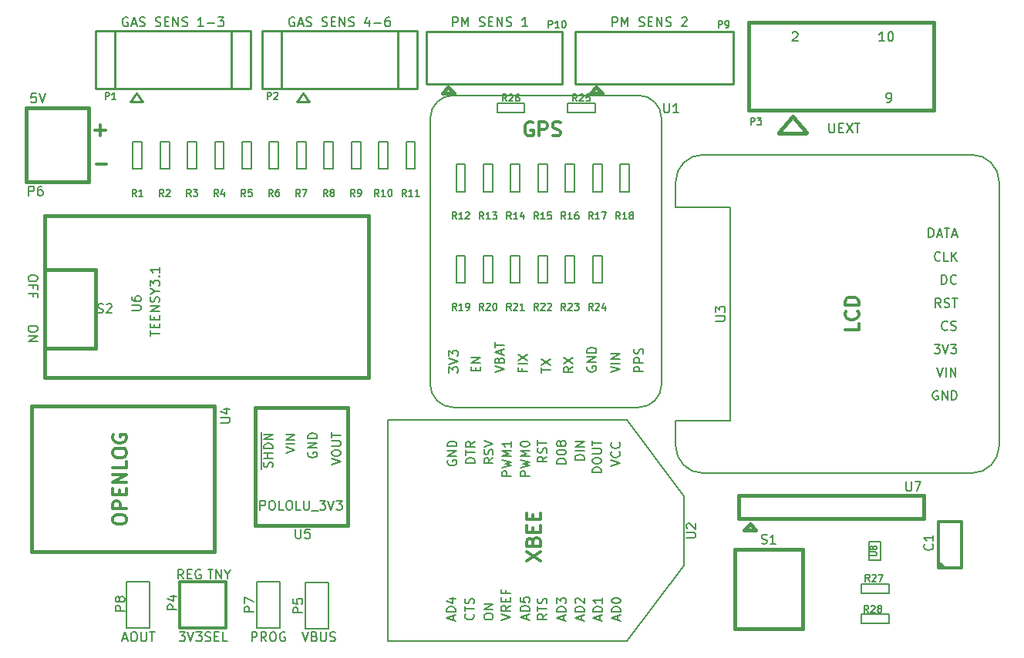
<source format=gto>
G04 (created by PCBNEW (2013-jul-07)-stable) date Wed 10 Jun 2015 05:30:31 PM PDT*
%MOIN*%
G04 Gerber Fmt 3.4, Leading zero omitted, Abs format*
%FSLAX34Y34*%
G01*
G70*
G90*
G04 APERTURE LIST*
%ADD10C,0.00590551*%
%ADD11C,0.008*%
%ADD12C,0.012*%
%ADD13C,0.015*%
%ADD14C,0.006*%
%ADD15C,0.00984252*%
%ADD16C,0.005*%
G04 APERTURE END LIST*
G54D10*
G54D11*
X35500Y-10561D02*
X35500Y-10161D01*
X35652Y-10161D01*
X35690Y-10180D01*
X35709Y-10200D01*
X35728Y-10238D01*
X35728Y-10295D01*
X35709Y-10333D01*
X35690Y-10352D01*
X35652Y-10371D01*
X35500Y-10371D01*
X35900Y-10561D02*
X35900Y-10161D01*
X36033Y-10447D01*
X36166Y-10161D01*
X36166Y-10561D01*
X36642Y-10542D02*
X36700Y-10561D01*
X36795Y-10561D01*
X36833Y-10542D01*
X36852Y-10523D01*
X36871Y-10485D01*
X36871Y-10447D01*
X36852Y-10409D01*
X36833Y-10390D01*
X36795Y-10371D01*
X36719Y-10352D01*
X36680Y-10333D01*
X36661Y-10314D01*
X36642Y-10276D01*
X36642Y-10238D01*
X36661Y-10200D01*
X36680Y-10180D01*
X36719Y-10161D01*
X36814Y-10161D01*
X36871Y-10180D01*
X37042Y-10352D02*
X37176Y-10352D01*
X37233Y-10561D02*
X37042Y-10561D01*
X37042Y-10161D01*
X37233Y-10161D01*
X37404Y-10561D02*
X37404Y-10161D01*
X37633Y-10561D01*
X37633Y-10161D01*
X37804Y-10542D02*
X37861Y-10561D01*
X37957Y-10561D01*
X37995Y-10542D01*
X38014Y-10523D01*
X38033Y-10485D01*
X38033Y-10447D01*
X38014Y-10409D01*
X37995Y-10390D01*
X37957Y-10371D01*
X37880Y-10352D01*
X37842Y-10333D01*
X37823Y-10314D01*
X37804Y-10276D01*
X37804Y-10238D01*
X37823Y-10200D01*
X37842Y-10180D01*
X37880Y-10161D01*
X37976Y-10161D01*
X38033Y-10180D01*
X38490Y-10200D02*
X38509Y-10180D01*
X38547Y-10161D01*
X38642Y-10161D01*
X38680Y-10180D01*
X38700Y-10200D01*
X38719Y-10238D01*
X38719Y-10276D01*
X38700Y-10333D01*
X38471Y-10561D01*
X38719Y-10561D01*
X28600Y-10561D02*
X28600Y-10161D01*
X28752Y-10161D01*
X28790Y-10180D01*
X28809Y-10200D01*
X28828Y-10238D01*
X28828Y-10295D01*
X28809Y-10333D01*
X28790Y-10352D01*
X28752Y-10371D01*
X28600Y-10371D01*
X29000Y-10561D02*
X29000Y-10161D01*
X29133Y-10447D01*
X29266Y-10161D01*
X29266Y-10561D01*
X29742Y-10542D02*
X29800Y-10561D01*
X29895Y-10561D01*
X29933Y-10542D01*
X29952Y-10523D01*
X29971Y-10485D01*
X29971Y-10447D01*
X29952Y-10409D01*
X29933Y-10390D01*
X29895Y-10371D01*
X29819Y-10352D01*
X29780Y-10333D01*
X29761Y-10314D01*
X29742Y-10276D01*
X29742Y-10238D01*
X29761Y-10200D01*
X29780Y-10180D01*
X29819Y-10161D01*
X29914Y-10161D01*
X29971Y-10180D01*
X30142Y-10352D02*
X30276Y-10352D01*
X30333Y-10561D02*
X30142Y-10561D01*
X30142Y-10161D01*
X30333Y-10161D01*
X30504Y-10561D02*
X30504Y-10161D01*
X30733Y-10561D01*
X30733Y-10161D01*
X30904Y-10542D02*
X30961Y-10561D01*
X31057Y-10561D01*
X31095Y-10542D01*
X31114Y-10523D01*
X31133Y-10485D01*
X31133Y-10447D01*
X31114Y-10409D01*
X31095Y-10390D01*
X31057Y-10371D01*
X30980Y-10352D01*
X30942Y-10333D01*
X30923Y-10314D01*
X30904Y-10276D01*
X30904Y-10238D01*
X30923Y-10200D01*
X30942Y-10180D01*
X30980Y-10161D01*
X31076Y-10161D01*
X31133Y-10180D01*
X31819Y-10561D02*
X31590Y-10561D01*
X31704Y-10561D02*
X31704Y-10161D01*
X31666Y-10219D01*
X31628Y-10257D01*
X31590Y-10276D01*
X44861Y-14761D02*
X44861Y-15085D01*
X44880Y-15123D01*
X44900Y-15142D01*
X44938Y-15161D01*
X45014Y-15161D01*
X45052Y-15142D01*
X45071Y-15123D01*
X45090Y-15085D01*
X45090Y-14761D01*
X45280Y-14952D02*
X45414Y-14952D01*
X45471Y-15161D02*
X45280Y-15161D01*
X45280Y-14761D01*
X45471Y-14761D01*
X45604Y-14761D02*
X45871Y-15161D01*
X45871Y-14761D02*
X45604Y-15161D01*
X45966Y-14761D02*
X46195Y-14761D01*
X46080Y-15161D02*
X46080Y-14761D01*
X14333Y-37047D02*
X14523Y-37047D01*
X14295Y-37161D02*
X14428Y-36761D01*
X14561Y-37161D01*
X14771Y-36761D02*
X14847Y-36761D01*
X14885Y-36780D01*
X14923Y-36819D01*
X14942Y-36895D01*
X14942Y-37028D01*
X14923Y-37104D01*
X14885Y-37142D01*
X14847Y-37161D01*
X14771Y-37161D01*
X14733Y-37142D01*
X14695Y-37104D01*
X14676Y-37028D01*
X14676Y-36895D01*
X14695Y-36819D01*
X14733Y-36780D01*
X14771Y-36761D01*
X15114Y-36761D02*
X15114Y-37085D01*
X15133Y-37123D01*
X15152Y-37142D01*
X15190Y-37161D01*
X15266Y-37161D01*
X15304Y-37142D01*
X15323Y-37123D01*
X15342Y-37085D01*
X15342Y-36761D01*
X15476Y-36761D02*
X15704Y-36761D01*
X15590Y-37161D02*
X15590Y-36761D01*
X19906Y-37161D02*
X19906Y-36761D01*
X20058Y-36761D01*
X20096Y-36780D01*
X20115Y-36800D01*
X20134Y-36838D01*
X20134Y-36895D01*
X20115Y-36933D01*
X20096Y-36952D01*
X20058Y-36971D01*
X19906Y-36971D01*
X20534Y-37161D02*
X20401Y-36971D01*
X20306Y-37161D02*
X20306Y-36761D01*
X20458Y-36761D01*
X20496Y-36780D01*
X20515Y-36800D01*
X20534Y-36838D01*
X20534Y-36895D01*
X20515Y-36933D01*
X20496Y-36952D01*
X20458Y-36971D01*
X20306Y-36971D01*
X20782Y-36761D02*
X20858Y-36761D01*
X20896Y-36780D01*
X20934Y-36819D01*
X20953Y-36895D01*
X20953Y-37028D01*
X20934Y-37104D01*
X20896Y-37142D01*
X20858Y-37161D01*
X20782Y-37161D01*
X20744Y-37142D01*
X20706Y-37104D01*
X20687Y-37028D01*
X20687Y-36895D01*
X20706Y-36819D01*
X20744Y-36780D01*
X20782Y-36761D01*
X21334Y-36780D02*
X21296Y-36761D01*
X21239Y-36761D01*
X21182Y-36780D01*
X21144Y-36819D01*
X21125Y-36857D01*
X21106Y-36933D01*
X21106Y-36990D01*
X21125Y-37066D01*
X21144Y-37104D01*
X21182Y-37142D01*
X21239Y-37161D01*
X21277Y-37161D01*
X21334Y-37142D01*
X21353Y-37123D01*
X21353Y-36990D01*
X21277Y-36990D01*
X22083Y-36769D02*
X22217Y-37169D01*
X22350Y-36769D01*
X22617Y-36960D02*
X22674Y-36979D01*
X22693Y-36998D01*
X22712Y-37036D01*
X22712Y-37093D01*
X22693Y-37131D01*
X22674Y-37150D01*
X22636Y-37169D01*
X22483Y-37169D01*
X22483Y-36769D01*
X22617Y-36769D01*
X22655Y-36788D01*
X22674Y-36807D01*
X22693Y-36845D01*
X22693Y-36884D01*
X22674Y-36922D01*
X22655Y-36941D01*
X22617Y-36960D01*
X22483Y-36960D01*
X22883Y-36769D02*
X22883Y-37093D01*
X22903Y-37131D01*
X22922Y-37150D01*
X22960Y-37169D01*
X23036Y-37169D01*
X23074Y-37150D01*
X23093Y-37131D01*
X23112Y-37093D01*
X23112Y-36769D01*
X23283Y-37150D02*
X23341Y-37169D01*
X23436Y-37169D01*
X23474Y-37150D01*
X23493Y-37131D01*
X23512Y-37093D01*
X23512Y-37055D01*
X23493Y-37017D01*
X23474Y-36998D01*
X23436Y-36979D01*
X23360Y-36960D01*
X23322Y-36941D01*
X23303Y-36922D01*
X23283Y-36884D01*
X23283Y-36845D01*
X23303Y-36807D01*
X23322Y-36788D01*
X23360Y-36769D01*
X23455Y-36769D01*
X23512Y-36788D01*
X10571Y-13461D02*
X10380Y-13461D01*
X10361Y-13652D01*
X10380Y-13633D01*
X10419Y-13614D01*
X10514Y-13614D01*
X10552Y-13633D01*
X10571Y-13652D01*
X10590Y-13690D01*
X10590Y-13785D01*
X10571Y-13823D01*
X10552Y-13842D01*
X10514Y-13861D01*
X10419Y-13861D01*
X10380Y-13842D01*
X10361Y-13823D01*
X10704Y-13461D02*
X10838Y-13861D01*
X10971Y-13461D01*
X18004Y-34061D02*
X18233Y-34061D01*
X18119Y-34461D02*
X18119Y-34061D01*
X18366Y-34461D02*
X18366Y-34061D01*
X18595Y-34461D01*
X18595Y-34061D01*
X18861Y-34271D02*
X18861Y-34461D01*
X18728Y-34061D02*
X18861Y-34271D01*
X18995Y-34061D01*
X16942Y-34461D02*
X16809Y-34271D01*
X16714Y-34461D02*
X16714Y-34061D01*
X16866Y-34061D01*
X16904Y-34080D01*
X16923Y-34100D01*
X16942Y-34138D01*
X16942Y-34195D01*
X16923Y-34233D01*
X16904Y-34252D01*
X16866Y-34271D01*
X16714Y-34271D01*
X17114Y-34252D02*
X17247Y-34252D01*
X17304Y-34461D02*
X17114Y-34461D01*
X17114Y-34061D01*
X17304Y-34061D01*
X17685Y-34080D02*
X17647Y-34061D01*
X17590Y-34061D01*
X17533Y-34080D01*
X17495Y-34119D01*
X17476Y-34157D01*
X17457Y-34233D01*
X17457Y-34290D01*
X17476Y-34366D01*
X17495Y-34404D01*
X17533Y-34442D01*
X17590Y-34461D01*
X17628Y-34461D01*
X17685Y-34442D01*
X17704Y-34423D01*
X17704Y-34290D01*
X17628Y-34290D01*
X16771Y-36761D02*
X17019Y-36761D01*
X16885Y-36914D01*
X16942Y-36914D01*
X16980Y-36933D01*
X17000Y-36952D01*
X17019Y-36990D01*
X17019Y-37085D01*
X17000Y-37123D01*
X16980Y-37142D01*
X16942Y-37161D01*
X16828Y-37161D01*
X16790Y-37142D01*
X16771Y-37123D01*
X17133Y-36761D02*
X17266Y-37161D01*
X17400Y-36761D01*
X17495Y-36761D02*
X17742Y-36761D01*
X17609Y-36914D01*
X17666Y-36914D01*
X17704Y-36933D01*
X17723Y-36952D01*
X17742Y-36990D01*
X17742Y-37085D01*
X17723Y-37123D01*
X17704Y-37142D01*
X17666Y-37161D01*
X17552Y-37161D01*
X17514Y-37142D01*
X17495Y-37123D01*
X17895Y-37142D02*
X17952Y-37161D01*
X18047Y-37161D01*
X18085Y-37142D01*
X18104Y-37123D01*
X18123Y-37085D01*
X18123Y-37047D01*
X18104Y-37009D01*
X18085Y-36990D01*
X18047Y-36971D01*
X17971Y-36952D01*
X17933Y-36933D01*
X17914Y-36914D01*
X17895Y-36876D01*
X17895Y-36838D01*
X17914Y-36800D01*
X17933Y-36780D01*
X17971Y-36761D01*
X18066Y-36761D01*
X18123Y-36780D01*
X18295Y-36952D02*
X18428Y-36952D01*
X18485Y-37161D02*
X18295Y-37161D01*
X18295Y-36761D01*
X18485Y-36761D01*
X18847Y-37161D02*
X18657Y-37161D01*
X18657Y-36761D01*
G54D12*
X13171Y-16514D02*
X13628Y-16514D01*
X13121Y-15064D02*
X13578Y-15064D01*
X13350Y-15292D02*
X13350Y-14835D01*
G54D11*
X21738Y-10180D02*
X21700Y-10161D01*
X21642Y-10161D01*
X21585Y-10180D01*
X21547Y-10219D01*
X21528Y-10257D01*
X21509Y-10333D01*
X21509Y-10390D01*
X21528Y-10466D01*
X21547Y-10504D01*
X21585Y-10542D01*
X21642Y-10561D01*
X21680Y-10561D01*
X21738Y-10542D01*
X21757Y-10523D01*
X21757Y-10390D01*
X21680Y-10390D01*
X21909Y-10447D02*
X22100Y-10447D01*
X21871Y-10561D02*
X22004Y-10161D01*
X22138Y-10561D01*
X22252Y-10542D02*
X22309Y-10561D01*
X22404Y-10561D01*
X22442Y-10542D01*
X22461Y-10523D01*
X22480Y-10485D01*
X22480Y-10447D01*
X22461Y-10409D01*
X22442Y-10390D01*
X22404Y-10371D01*
X22328Y-10352D01*
X22290Y-10333D01*
X22271Y-10314D01*
X22252Y-10276D01*
X22252Y-10238D01*
X22271Y-10200D01*
X22290Y-10180D01*
X22328Y-10161D01*
X22423Y-10161D01*
X22480Y-10180D01*
X22938Y-10542D02*
X22995Y-10561D01*
X23090Y-10561D01*
X23128Y-10542D01*
X23147Y-10523D01*
X23166Y-10485D01*
X23166Y-10447D01*
X23147Y-10409D01*
X23128Y-10390D01*
X23090Y-10371D01*
X23014Y-10352D01*
X22976Y-10333D01*
X22957Y-10314D01*
X22938Y-10276D01*
X22938Y-10238D01*
X22957Y-10200D01*
X22976Y-10180D01*
X23014Y-10161D01*
X23109Y-10161D01*
X23166Y-10180D01*
X23338Y-10352D02*
X23471Y-10352D01*
X23528Y-10561D02*
X23338Y-10561D01*
X23338Y-10161D01*
X23528Y-10161D01*
X23700Y-10561D02*
X23700Y-10161D01*
X23928Y-10561D01*
X23928Y-10161D01*
X24100Y-10542D02*
X24157Y-10561D01*
X24252Y-10561D01*
X24290Y-10542D01*
X24309Y-10523D01*
X24328Y-10485D01*
X24328Y-10447D01*
X24309Y-10409D01*
X24290Y-10390D01*
X24252Y-10371D01*
X24176Y-10352D01*
X24138Y-10333D01*
X24119Y-10314D01*
X24100Y-10276D01*
X24100Y-10238D01*
X24119Y-10200D01*
X24138Y-10180D01*
X24176Y-10161D01*
X24271Y-10161D01*
X24328Y-10180D01*
X24976Y-10295D02*
X24976Y-10561D01*
X24880Y-10142D02*
X24785Y-10428D01*
X25033Y-10428D01*
X25185Y-10409D02*
X25490Y-10409D01*
X25852Y-10161D02*
X25776Y-10161D01*
X25738Y-10180D01*
X25719Y-10200D01*
X25680Y-10257D01*
X25661Y-10333D01*
X25661Y-10485D01*
X25680Y-10523D01*
X25700Y-10542D01*
X25738Y-10561D01*
X25814Y-10561D01*
X25852Y-10542D01*
X25871Y-10523D01*
X25890Y-10485D01*
X25890Y-10390D01*
X25871Y-10352D01*
X25852Y-10333D01*
X25814Y-10314D01*
X25738Y-10314D01*
X25700Y-10333D01*
X25680Y-10352D01*
X25661Y-10390D01*
X14538Y-10180D02*
X14500Y-10161D01*
X14442Y-10161D01*
X14385Y-10180D01*
X14347Y-10219D01*
X14328Y-10257D01*
X14309Y-10333D01*
X14309Y-10390D01*
X14328Y-10466D01*
X14347Y-10504D01*
X14385Y-10542D01*
X14442Y-10561D01*
X14480Y-10561D01*
X14538Y-10542D01*
X14557Y-10523D01*
X14557Y-10390D01*
X14480Y-10390D01*
X14709Y-10447D02*
X14900Y-10447D01*
X14671Y-10561D02*
X14804Y-10161D01*
X14938Y-10561D01*
X15052Y-10542D02*
X15109Y-10561D01*
X15204Y-10561D01*
X15242Y-10542D01*
X15261Y-10523D01*
X15280Y-10485D01*
X15280Y-10447D01*
X15261Y-10409D01*
X15242Y-10390D01*
X15204Y-10371D01*
X15128Y-10352D01*
X15090Y-10333D01*
X15071Y-10314D01*
X15052Y-10276D01*
X15052Y-10238D01*
X15071Y-10200D01*
X15090Y-10180D01*
X15128Y-10161D01*
X15223Y-10161D01*
X15280Y-10180D01*
X15738Y-10542D02*
X15795Y-10561D01*
X15890Y-10561D01*
X15928Y-10542D01*
X15947Y-10523D01*
X15966Y-10485D01*
X15966Y-10447D01*
X15947Y-10409D01*
X15928Y-10390D01*
X15890Y-10371D01*
X15814Y-10352D01*
X15776Y-10333D01*
X15757Y-10314D01*
X15738Y-10276D01*
X15738Y-10238D01*
X15757Y-10200D01*
X15776Y-10180D01*
X15814Y-10161D01*
X15909Y-10161D01*
X15966Y-10180D01*
X16138Y-10352D02*
X16271Y-10352D01*
X16328Y-10561D02*
X16138Y-10561D01*
X16138Y-10161D01*
X16328Y-10161D01*
X16500Y-10561D02*
X16500Y-10161D01*
X16728Y-10561D01*
X16728Y-10161D01*
X16900Y-10542D02*
X16957Y-10561D01*
X17052Y-10561D01*
X17090Y-10542D01*
X17109Y-10523D01*
X17128Y-10485D01*
X17128Y-10447D01*
X17109Y-10409D01*
X17090Y-10390D01*
X17052Y-10371D01*
X16976Y-10352D01*
X16938Y-10333D01*
X16919Y-10314D01*
X16900Y-10276D01*
X16900Y-10238D01*
X16919Y-10200D01*
X16938Y-10180D01*
X16976Y-10161D01*
X17071Y-10161D01*
X17128Y-10180D01*
X17814Y-10561D02*
X17585Y-10561D01*
X17700Y-10561D02*
X17700Y-10161D01*
X17661Y-10219D01*
X17623Y-10257D01*
X17585Y-10276D01*
X17985Y-10409D02*
X18290Y-10409D01*
X18442Y-10161D02*
X18690Y-10161D01*
X18557Y-10314D01*
X18614Y-10314D01*
X18652Y-10333D01*
X18671Y-10352D01*
X18690Y-10390D01*
X18690Y-10485D01*
X18671Y-10523D01*
X18652Y-10542D01*
X18614Y-10561D01*
X18500Y-10561D01*
X18461Y-10542D01*
X18442Y-10523D01*
X10638Y-21419D02*
X10638Y-21495D01*
X10619Y-21533D01*
X10580Y-21571D01*
X10504Y-21590D01*
X10371Y-21590D01*
X10295Y-21571D01*
X10257Y-21533D01*
X10238Y-21495D01*
X10238Y-21419D01*
X10257Y-21380D01*
X10295Y-21342D01*
X10371Y-21323D01*
X10504Y-21323D01*
X10580Y-21342D01*
X10619Y-21380D01*
X10638Y-21419D01*
X10447Y-21895D02*
X10447Y-21761D01*
X10238Y-21761D02*
X10638Y-21761D01*
X10638Y-21952D01*
X10447Y-22238D02*
X10447Y-22104D01*
X10238Y-22104D02*
X10638Y-22104D01*
X10638Y-22295D01*
X10638Y-23602D02*
X10638Y-23678D01*
X10619Y-23716D01*
X10580Y-23754D01*
X10504Y-23773D01*
X10371Y-23773D01*
X10295Y-23754D01*
X10257Y-23716D01*
X10238Y-23678D01*
X10238Y-23602D01*
X10257Y-23564D01*
X10295Y-23526D01*
X10371Y-23507D01*
X10504Y-23507D01*
X10580Y-23526D01*
X10619Y-23564D01*
X10638Y-23602D01*
X10238Y-23945D02*
X10638Y-23945D01*
X10238Y-24173D01*
X10638Y-24173D01*
G54D10*
X38582Y-33877D02*
X36122Y-37165D01*
X36122Y-27598D02*
X38582Y-30885D01*
X38582Y-30885D02*
X38582Y-33877D01*
X25787Y-27598D02*
X36122Y-27598D01*
X25787Y-27598D02*
X25787Y-37165D01*
X25787Y-37165D02*
X36122Y-37165D01*
G54D13*
X20050Y-27050D02*
X20050Y-32150D01*
X24070Y-27050D02*
X24050Y-32150D01*
X20050Y-27050D02*
X24050Y-27050D01*
X20050Y-32150D02*
X24050Y-32150D01*
G54D12*
X18800Y-36600D02*
X16800Y-36600D01*
X16800Y-36600D02*
X16800Y-34600D01*
X16800Y-34600D02*
X18800Y-34600D01*
X18800Y-34600D02*
X18800Y-36600D01*
G54D14*
X20120Y-34600D02*
X21120Y-34600D01*
X21120Y-34600D02*
X21120Y-36600D01*
X21120Y-36600D02*
X20120Y-36600D01*
X20120Y-36600D02*
X20120Y-34600D01*
X22218Y-34629D02*
X23218Y-34629D01*
X23218Y-34629D02*
X23218Y-36629D01*
X23218Y-36629D02*
X22218Y-36629D01*
X22218Y-36629D02*
X22218Y-34629D01*
G54D13*
X18300Y-27000D02*
X18300Y-33300D01*
X10400Y-27000D02*
X10400Y-33300D01*
X18300Y-33300D02*
X10450Y-33300D01*
X10450Y-33300D02*
X10400Y-33300D01*
X18300Y-27000D02*
X10400Y-27000D01*
X43726Y-36624D02*
X43726Y-33179D01*
X40773Y-33179D02*
X40773Y-36624D01*
X40773Y-36624D02*
X43726Y-36624D01*
X40773Y-33179D02*
X43726Y-33179D01*
X12050Y-24500D02*
X13150Y-24500D01*
X13150Y-24500D02*
X13150Y-21100D01*
X13150Y-21100D02*
X10950Y-21100D01*
X10950Y-21100D02*
X10950Y-24500D01*
X10950Y-24500D02*
X12050Y-24500D01*
G54D10*
X36618Y-27043D02*
G75*
G03X37618Y-26043I0J1000D01*
G74*
G01*
X27618Y-26043D02*
G75*
G03X28618Y-27043I1000J0D01*
G74*
G01*
X37618Y-14543D02*
G75*
G03X36618Y-13543I-1000J0D01*
G74*
G01*
X28618Y-13543D02*
G75*
G03X27618Y-14543I0J-1000D01*
G74*
G01*
X28618Y-27043D02*
X36618Y-27043D01*
X28618Y-13543D02*
X36618Y-13543D01*
X37618Y-14543D02*
X37618Y-26043D01*
X27618Y-14543D02*
X27618Y-26043D01*
X40590Y-18380D02*
X40590Y-27620D01*
X38230Y-27620D02*
X40590Y-27620D01*
X38230Y-18380D02*
X40590Y-18380D01*
X39410Y-16110D02*
G75*
G03X38230Y-17290I0J-1180D01*
G74*
G01*
X38230Y-28710D02*
G75*
G03X39410Y-29890I1180J0D01*
G74*
G01*
X38230Y-28710D02*
X38230Y-27620D01*
X38230Y-17290D02*
X38230Y-18380D01*
X51030Y-29890D02*
G75*
G03X52210Y-28710I0J1180D01*
G74*
G01*
X52210Y-17290D02*
G75*
G03X51030Y-16110I-1180J0D01*
G74*
G01*
X52210Y-17290D02*
X52210Y-28710D01*
X51030Y-29890D02*
X39410Y-29890D01*
X51030Y-16110D02*
X39410Y-16110D01*
G54D13*
X12850Y-14100D02*
X10150Y-14100D01*
X10150Y-14100D02*
X10150Y-17300D01*
X10150Y-17300D02*
X12850Y-17300D01*
X12850Y-17300D02*
X12850Y-14100D01*
G54D14*
X14500Y-34600D02*
X15500Y-34600D01*
X15500Y-34600D02*
X15500Y-36600D01*
X15500Y-36600D02*
X14500Y-36600D01*
X14500Y-36600D02*
X14500Y-34600D01*
G54D13*
X41400Y-10400D02*
X49400Y-10400D01*
X49400Y-10400D02*
X49400Y-14200D01*
X49400Y-14200D02*
X41400Y-14200D01*
X41400Y-14200D02*
X41400Y-10400D01*
X42683Y-15174D02*
X43865Y-15174D01*
X43288Y-14461D02*
X42688Y-15161D01*
X43888Y-15160D02*
X43288Y-14460D01*
X10950Y-25750D02*
X24950Y-25750D01*
X24950Y-25750D02*
X24950Y-18750D01*
X24950Y-18750D02*
X10950Y-18750D01*
X10950Y-18750D02*
X10950Y-25750D01*
G54D10*
X15944Y-16732D02*
X16338Y-16732D01*
X16338Y-16732D02*
X16338Y-15551D01*
X16338Y-15551D02*
X15944Y-15551D01*
X15944Y-15551D02*
X15944Y-16732D01*
X17125Y-16732D02*
X17519Y-16732D01*
X17519Y-16732D02*
X17519Y-15551D01*
X17519Y-15551D02*
X17125Y-15551D01*
X17125Y-15551D02*
X17125Y-16732D01*
X18307Y-16732D02*
X18700Y-16732D01*
X18700Y-16732D02*
X18700Y-15551D01*
X18700Y-15551D02*
X18307Y-15551D01*
X18307Y-15551D02*
X18307Y-16732D01*
X19488Y-16732D02*
X19881Y-16732D01*
X19881Y-16732D02*
X19881Y-15551D01*
X19881Y-15551D02*
X19488Y-15551D01*
X19488Y-15551D02*
X19488Y-16732D01*
X20669Y-16732D02*
X21062Y-16732D01*
X21062Y-16732D02*
X21062Y-15551D01*
X21062Y-15551D02*
X20669Y-15551D01*
X20669Y-15551D02*
X20669Y-16732D01*
X21850Y-16732D02*
X22244Y-16732D01*
X22244Y-16732D02*
X22244Y-15551D01*
X22244Y-15551D02*
X21850Y-15551D01*
X21850Y-15551D02*
X21850Y-16732D01*
X23031Y-16732D02*
X23425Y-16732D01*
X23425Y-16732D02*
X23425Y-15551D01*
X23425Y-15551D02*
X23031Y-15551D01*
X23031Y-15551D02*
X23031Y-16732D01*
X24212Y-16732D02*
X24606Y-16732D01*
X24606Y-16732D02*
X24606Y-15551D01*
X24606Y-15551D02*
X24212Y-15551D01*
X24212Y-15551D02*
X24212Y-16732D01*
X25393Y-16732D02*
X25787Y-16732D01*
X25787Y-16732D02*
X25787Y-15551D01*
X25787Y-15551D02*
X25393Y-15551D01*
X25393Y-15551D02*
X25393Y-16732D01*
X26574Y-16732D02*
X26968Y-16732D01*
X26968Y-16732D02*
X26968Y-15551D01*
X26968Y-15551D02*
X26574Y-15551D01*
X26574Y-15551D02*
X26574Y-16732D01*
X28740Y-17716D02*
X29133Y-17716D01*
X29133Y-17716D02*
X29133Y-16535D01*
X29133Y-16535D02*
X28740Y-16535D01*
X28740Y-16535D02*
X28740Y-17716D01*
X14763Y-16732D02*
X15157Y-16732D01*
X15157Y-16732D02*
X15157Y-15551D01*
X15157Y-15551D02*
X14763Y-15551D01*
X14763Y-15551D02*
X14763Y-16732D01*
X31102Y-17716D02*
X31496Y-17716D01*
X31496Y-17716D02*
X31496Y-16535D01*
X31496Y-16535D02*
X31102Y-16535D01*
X31102Y-16535D02*
X31102Y-17716D01*
X32283Y-17716D02*
X32677Y-17716D01*
X32677Y-17716D02*
X32677Y-16535D01*
X32677Y-16535D02*
X32283Y-16535D01*
X32283Y-16535D02*
X32283Y-17716D01*
X33464Y-17716D02*
X33858Y-17716D01*
X33858Y-17716D02*
X33858Y-16535D01*
X33858Y-16535D02*
X33464Y-16535D01*
X33464Y-16535D02*
X33464Y-17716D01*
X34645Y-17716D02*
X35039Y-17716D01*
X35039Y-17716D02*
X35039Y-16535D01*
X35039Y-16535D02*
X34645Y-16535D01*
X34645Y-16535D02*
X34645Y-17716D01*
X35826Y-17716D02*
X36220Y-17716D01*
X36220Y-17716D02*
X36220Y-16535D01*
X36220Y-16535D02*
X35826Y-16535D01*
X35826Y-16535D02*
X35826Y-17716D01*
X28740Y-21653D02*
X29133Y-21653D01*
X29133Y-21653D02*
X29133Y-20472D01*
X29133Y-20472D02*
X28740Y-20472D01*
X28740Y-20472D02*
X28740Y-21653D01*
X29921Y-21653D02*
X30314Y-21653D01*
X30314Y-21653D02*
X30314Y-20472D01*
X30314Y-20472D02*
X29921Y-20472D01*
X29921Y-20472D02*
X29921Y-21653D01*
X31102Y-21653D02*
X31496Y-21653D01*
X31496Y-21653D02*
X31496Y-20472D01*
X31496Y-20472D02*
X31102Y-20472D01*
X31102Y-20472D02*
X31102Y-21653D01*
X32283Y-21653D02*
X32677Y-21653D01*
X32677Y-21653D02*
X32677Y-20472D01*
X32677Y-20472D02*
X32283Y-20472D01*
X32283Y-20472D02*
X32283Y-21653D01*
X33464Y-21653D02*
X33858Y-21653D01*
X33858Y-21653D02*
X33858Y-20472D01*
X33858Y-20472D02*
X33464Y-20472D01*
X33464Y-20472D02*
X33464Y-21653D01*
X34645Y-21653D02*
X35039Y-21653D01*
X35039Y-21653D02*
X35039Y-20472D01*
X35039Y-20472D02*
X34645Y-20472D01*
X34645Y-20472D02*
X34645Y-21653D01*
X29921Y-17716D02*
X30314Y-17716D01*
X30314Y-17716D02*
X30314Y-16535D01*
X30314Y-16535D02*
X29921Y-16535D01*
X29921Y-16535D02*
X29921Y-17716D01*
G54D15*
X27046Y-10740D02*
X27046Y-13259D01*
X26219Y-13259D02*
X27046Y-13259D01*
X26219Y-10740D02*
X27046Y-10740D01*
X21180Y-13259D02*
X20353Y-13259D01*
X20353Y-13259D02*
X20353Y-10740D01*
X20353Y-10740D02*
X21180Y-10740D01*
X22125Y-13456D02*
X21849Y-13811D01*
X21849Y-13811D02*
X22400Y-13811D01*
X22400Y-13811D02*
X22125Y-13456D01*
X21180Y-10740D02*
X21180Y-13259D01*
X21180Y-13259D02*
X26219Y-13259D01*
X26219Y-13259D02*
X26219Y-10740D01*
X26219Y-10740D02*
X21180Y-10740D01*
X19846Y-10740D02*
X19846Y-13259D01*
X19019Y-13259D02*
X19846Y-13259D01*
X19019Y-10740D02*
X19846Y-10740D01*
X13980Y-13259D02*
X13153Y-13259D01*
X13153Y-13259D02*
X13153Y-10740D01*
X13153Y-10740D02*
X13980Y-10740D01*
X14925Y-13456D02*
X14649Y-13811D01*
X14649Y-13811D02*
X15200Y-13811D01*
X15200Y-13811D02*
X14925Y-13456D01*
X13980Y-10740D02*
X13980Y-13259D01*
X13980Y-13259D02*
X19019Y-13259D01*
X19019Y-13259D02*
X19019Y-10740D01*
X19019Y-10740D02*
X13980Y-10740D01*
G54D10*
X34744Y-14271D02*
X34744Y-13877D01*
X34744Y-13877D02*
X33562Y-13877D01*
X33562Y-13877D02*
X33562Y-14271D01*
X33562Y-14271D02*
X34744Y-14271D01*
X30511Y-13877D02*
X30511Y-14271D01*
X30511Y-14271D02*
X31692Y-14271D01*
X31692Y-14271D02*
X31692Y-13877D01*
X31692Y-13877D02*
X30511Y-13877D01*
G54D14*
X46600Y-32850D02*
X46600Y-33650D01*
X46600Y-33650D02*
X47100Y-33650D01*
X47100Y-33650D02*
X47100Y-32850D01*
X47100Y-32850D02*
X46600Y-32850D01*
G54D10*
X47440Y-36396D02*
X47440Y-36003D01*
X47440Y-36003D02*
X46259Y-36003D01*
X46259Y-36003D02*
X46259Y-36396D01*
X46259Y-36396D02*
X47440Y-36396D01*
X46259Y-34703D02*
X46259Y-35096D01*
X46259Y-35096D02*
X47440Y-35096D01*
X47440Y-35096D02*
X47440Y-34703D01*
X47440Y-34703D02*
X46259Y-34703D01*
G54D13*
X41450Y-32100D02*
X41200Y-32350D01*
X41200Y-32350D02*
X41700Y-32350D01*
X41700Y-32350D02*
X41450Y-32100D01*
X46950Y-30850D02*
X48950Y-30850D01*
X48950Y-30850D02*
X48950Y-31850D01*
X48950Y-31850D02*
X46950Y-31850D01*
X40950Y-30850D02*
X40950Y-31850D01*
X40950Y-31850D02*
X46950Y-31850D01*
X46950Y-30850D02*
X40950Y-30850D01*
X28400Y-13200D02*
X28150Y-13450D01*
X28150Y-13450D02*
X28650Y-13450D01*
X28650Y-13450D02*
X28400Y-13200D01*
G54D15*
X33333Y-11700D02*
X33333Y-13038D01*
X33333Y-13038D02*
X27466Y-13038D01*
X27466Y-11700D02*
X27466Y-13038D01*
X27466Y-10774D02*
X33333Y-10774D01*
X33333Y-11700D02*
X33333Y-10774D01*
X27466Y-11700D02*
X27466Y-10774D01*
G54D13*
X34800Y-13200D02*
X34550Y-13450D01*
X34550Y-13450D02*
X35050Y-13450D01*
X35050Y-13450D02*
X34800Y-13200D01*
G54D15*
X40725Y-10774D02*
X40725Y-13038D01*
X39740Y-13038D02*
X40725Y-13038D01*
X39740Y-10774D02*
X40725Y-10774D01*
X39740Y-13038D02*
X33874Y-13038D01*
X33874Y-11700D02*
X33874Y-13038D01*
X33874Y-10774D02*
X39740Y-10774D01*
X33874Y-11700D02*
X33874Y-10774D01*
G54D12*
X49600Y-33980D02*
X49600Y-32000D01*
X49600Y-32000D02*
X50600Y-32000D01*
X50600Y-32000D02*
X50600Y-34000D01*
X50600Y-34000D02*
X49600Y-34000D01*
X49850Y-34000D02*
X49600Y-33750D01*
G54D11*
X38696Y-32686D02*
X39020Y-32686D01*
X39058Y-32667D01*
X39077Y-32648D01*
X39096Y-32610D01*
X39096Y-32534D01*
X39077Y-32496D01*
X39058Y-32477D01*
X39020Y-32458D01*
X38696Y-32458D01*
X38735Y-32286D02*
X38715Y-32267D01*
X38696Y-32229D01*
X38696Y-32134D01*
X38715Y-32096D01*
X38735Y-32077D01*
X38773Y-32058D01*
X38811Y-32058D01*
X38868Y-32077D01*
X39096Y-32305D01*
X39096Y-32058D01*
G54D12*
X31777Y-33674D02*
X32377Y-33274D01*
X31777Y-33274D02*
X32377Y-33674D01*
X32063Y-32846D02*
X32092Y-32760D01*
X32120Y-32731D01*
X32177Y-32703D01*
X32263Y-32703D01*
X32320Y-32731D01*
X32349Y-32760D01*
X32377Y-32817D01*
X32377Y-33046D01*
X31777Y-33046D01*
X31777Y-32846D01*
X31806Y-32789D01*
X31835Y-32760D01*
X31892Y-32731D01*
X31949Y-32731D01*
X32006Y-32760D01*
X32035Y-32789D01*
X32063Y-32846D01*
X32063Y-33046D01*
X32063Y-32446D02*
X32063Y-32246D01*
X32377Y-32160D02*
X32377Y-32446D01*
X31777Y-32446D01*
X31777Y-32160D01*
X32063Y-31903D02*
X32063Y-31703D01*
X32377Y-31617D02*
X32377Y-31903D01*
X31777Y-31903D01*
X31777Y-31617D01*
G54D10*
X28609Y-36245D02*
X28609Y-36058D01*
X28722Y-36283D02*
X28328Y-36152D01*
X28722Y-36020D01*
X28722Y-35889D02*
X28328Y-35889D01*
X28328Y-35795D01*
X28347Y-35739D01*
X28384Y-35702D01*
X28422Y-35683D01*
X28497Y-35664D01*
X28553Y-35664D01*
X28628Y-35683D01*
X28666Y-35702D01*
X28703Y-35739D01*
X28722Y-35795D01*
X28722Y-35889D01*
X28459Y-35327D02*
X28722Y-35327D01*
X28309Y-35420D02*
X28591Y-35514D01*
X28591Y-35270D01*
X29472Y-35983D02*
X29491Y-36002D01*
X29509Y-36058D01*
X29509Y-36095D01*
X29491Y-36152D01*
X29453Y-36189D01*
X29416Y-36208D01*
X29341Y-36227D01*
X29284Y-36227D01*
X29209Y-36208D01*
X29172Y-36189D01*
X29134Y-36152D01*
X29116Y-36095D01*
X29116Y-36058D01*
X29134Y-36002D01*
X29153Y-35983D01*
X29116Y-35870D02*
X29116Y-35645D01*
X29509Y-35758D02*
X29116Y-35758D01*
X29491Y-35533D02*
X29509Y-35477D01*
X29509Y-35383D01*
X29491Y-35345D01*
X29472Y-35327D01*
X29434Y-35308D01*
X29397Y-35308D01*
X29359Y-35327D01*
X29341Y-35345D01*
X29322Y-35383D01*
X29303Y-35458D01*
X29284Y-35495D01*
X29266Y-35514D01*
X29228Y-35533D01*
X29191Y-35533D01*
X29153Y-35514D01*
X29134Y-35495D01*
X29116Y-35458D01*
X29116Y-35364D01*
X29134Y-35308D01*
X29942Y-36129D02*
X29942Y-36054D01*
X29961Y-36017D01*
X29999Y-35979D01*
X30074Y-35960D01*
X30205Y-35960D01*
X30280Y-35979D01*
X30317Y-36017D01*
X30336Y-36054D01*
X30336Y-36129D01*
X30317Y-36167D01*
X30280Y-36204D01*
X30205Y-36223D01*
X30074Y-36223D01*
X29999Y-36204D01*
X29961Y-36167D01*
X29942Y-36129D01*
X30336Y-35792D02*
X29942Y-35792D01*
X30336Y-35567D01*
X29942Y-35567D01*
X30690Y-36245D02*
X31084Y-36114D01*
X30690Y-35983D01*
X31084Y-35627D02*
X30897Y-35758D01*
X31084Y-35852D02*
X30690Y-35852D01*
X30690Y-35702D01*
X30709Y-35664D01*
X30728Y-35645D01*
X30765Y-35627D01*
X30822Y-35627D01*
X30859Y-35645D01*
X30878Y-35664D01*
X30897Y-35702D01*
X30897Y-35852D01*
X30878Y-35458D02*
X30878Y-35327D01*
X31084Y-35270D02*
X31084Y-35458D01*
X30690Y-35458D01*
X30690Y-35270D01*
X30878Y-34970D02*
X30878Y-35102D01*
X31084Y-35102D02*
X30690Y-35102D01*
X30690Y-34914D01*
X31798Y-36206D02*
X31798Y-36018D01*
X31911Y-36243D02*
X31517Y-36112D01*
X31911Y-35981D01*
X31911Y-35850D02*
X31517Y-35850D01*
X31517Y-35756D01*
X31536Y-35700D01*
X31573Y-35662D01*
X31611Y-35643D01*
X31686Y-35625D01*
X31742Y-35625D01*
X31817Y-35643D01*
X31855Y-35662D01*
X31892Y-35700D01*
X31911Y-35756D01*
X31911Y-35850D01*
X31517Y-35269D02*
X31517Y-35456D01*
X31705Y-35475D01*
X31686Y-35456D01*
X31667Y-35419D01*
X31667Y-35325D01*
X31686Y-35287D01*
X31705Y-35269D01*
X31742Y-35250D01*
X31836Y-35250D01*
X31873Y-35269D01*
X31892Y-35287D01*
X31911Y-35325D01*
X31911Y-35419D01*
X31892Y-35456D01*
X31873Y-35475D01*
X32659Y-35983D02*
X32471Y-36114D01*
X32659Y-36208D02*
X32265Y-36208D01*
X32265Y-36058D01*
X32284Y-36020D01*
X32303Y-36002D01*
X32340Y-35983D01*
X32396Y-35983D01*
X32434Y-36002D01*
X32453Y-36020D01*
X32471Y-36058D01*
X32471Y-36208D01*
X32265Y-35870D02*
X32265Y-35645D01*
X32659Y-35758D02*
X32265Y-35758D01*
X32640Y-35533D02*
X32659Y-35477D01*
X32659Y-35383D01*
X32640Y-35345D01*
X32621Y-35327D01*
X32584Y-35308D01*
X32546Y-35308D01*
X32509Y-35327D01*
X32490Y-35345D01*
X32471Y-35383D01*
X32453Y-35458D01*
X32434Y-35495D01*
X32415Y-35514D01*
X32378Y-35533D01*
X32340Y-35533D01*
X32303Y-35514D01*
X32284Y-35495D01*
X32265Y-35458D01*
X32265Y-35364D01*
X32284Y-35308D01*
X33373Y-36245D02*
X33373Y-36058D01*
X33486Y-36283D02*
X33092Y-36152D01*
X33486Y-36020D01*
X33486Y-35889D02*
X33092Y-35889D01*
X33092Y-35795D01*
X33111Y-35739D01*
X33148Y-35702D01*
X33186Y-35683D01*
X33261Y-35664D01*
X33317Y-35664D01*
X33392Y-35683D01*
X33429Y-35702D01*
X33467Y-35739D01*
X33486Y-35795D01*
X33486Y-35889D01*
X33092Y-35533D02*
X33092Y-35289D01*
X33242Y-35420D01*
X33242Y-35364D01*
X33261Y-35327D01*
X33279Y-35308D01*
X33317Y-35289D01*
X33411Y-35289D01*
X33448Y-35308D01*
X33467Y-35327D01*
X33486Y-35364D01*
X33486Y-35477D01*
X33467Y-35514D01*
X33448Y-35533D01*
X34161Y-36245D02*
X34161Y-36058D01*
X34273Y-36283D02*
X33879Y-36152D01*
X34273Y-36020D01*
X34273Y-35889D02*
X33879Y-35889D01*
X33879Y-35795D01*
X33898Y-35739D01*
X33936Y-35702D01*
X33973Y-35683D01*
X34048Y-35664D01*
X34104Y-35664D01*
X34179Y-35683D01*
X34217Y-35702D01*
X34254Y-35739D01*
X34273Y-35795D01*
X34273Y-35889D01*
X33917Y-35514D02*
X33898Y-35495D01*
X33879Y-35458D01*
X33879Y-35364D01*
X33898Y-35327D01*
X33917Y-35308D01*
X33954Y-35289D01*
X33992Y-35289D01*
X34048Y-35308D01*
X34273Y-35533D01*
X34273Y-35289D01*
X34948Y-36245D02*
X34948Y-36058D01*
X35060Y-36283D02*
X34667Y-36152D01*
X35060Y-36020D01*
X35060Y-35889D02*
X34667Y-35889D01*
X34667Y-35795D01*
X34685Y-35739D01*
X34723Y-35702D01*
X34760Y-35683D01*
X34835Y-35664D01*
X34892Y-35664D01*
X34967Y-35683D01*
X35004Y-35702D01*
X35042Y-35739D01*
X35060Y-35795D01*
X35060Y-35889D01*
X35060Y-35289D02*
X35060Y-35514D01*
X35060Y-35402D02*
X34667Y-35402D01*
X34723Y-35439D01*
X34760Y-35477D01*
X34779Y-35514D01*
X35735Y-36245D02*
X35735Y-36058D01*
X35848Y-36283D02*
X35454Y-36152D01*
X35848Y-36020D01*
X35848Y-35889D02*
X35454Y-35889D01*
X35454Y-35795D01*
X35473Y-35739D01*
X35510Y-35702D01*
X35548Y-35683D01*
X35623Y-35664D01*
X35679Y-35664D01*
X35754Y-35683D01*
X35792Y-35702D01*
X35829Y-35739D01*
X35848Y-35795D01*
X35848Y-35889D01*
X35454Y-35420D02*
X35454Y-35383D01*
X35473Y-35345D01*
X35492Y-35327D01*
X35529Y-35308D01*
X35604Y-35289D01*
X35698Y-35289D01*
X35773Y-35308D01*
X35810Y-35327D01*
X35829Y-35345D01*
X35848Y-35383D01*
X35848Y-35420D01*
X35829Y-35458D01*
X35810Y-35477D01*
X35773Y-35495D01*
X35698Y-35514D01*
X35604Y-35514D01*
X35529Y-35495D01*
X35492Y-35477D01*
X35473Y-35458D01*
X35454Y-35420D01*
X28386Y-29335D02*
X28368Y-29372D01*
X28368Y-29429D01*
X28386Y-29485D01*
X28424Y-29522D01*
X28461Y-29541D01*
X28536Y-29560D01*
X28592Y-29560D01*
X28667Y-29541D01*
X28705Y-29522D01*
X28742Y-29485D01*
X28761Y-29429D01*
X28761Y-29391D01*
X28742Y-29335D01*
X28724Y-29316D01*
X28592Y-29316D01*
X28592Y-29391D01*
X28761Y-29147D02*
X28368Y-29147D01*
X28761Y-28922D01*
X28368Y-28922D01*
X28761Y-28735D02*
X28368Y-28735D01*
X28368Y-28641D01*
X28386Y-28585D01*
X28424Y-28547D01*
X28461Y-28529D01*
X28536Y-28510D01*
X28592Y-28510D01*
X28667Y-28529D01*
X28705Y-28547D01*
X28742Y-28585D01*
X28761Y-28641D01*
X28761Y-28735D01*
X29549Y-29446D02*
X29155Y-29446D01*
X29155Y-29352D01*
X29174Y-29296D01*
X29211Y-29258D01*
X29249Y-29239D01*
X29324Y-29221D01*
X29380Y-29221D01*
X29455Y-29239D01*
X29492Y-29258D01*
X29530Y-29296D01*
X29549Y-29352D01*
X29549Y-29446D01*
X29155Y-29108D02*
X29155Y-28883D01*
X29549Y-28996D02*
X29155Y-28996D01*
X29549Y-28527D02*
X29361Y-28658D01*
X29549Y-28752D02*
X29155Y-28752D01*
X29155Y-28602D01*
X29174Y-28564D01*
X29192Y-28546D01*
X29230Y-28527D01*
X29286Y-28527D01*
X29324Y-28546D01*
X29342Y-28564D01*
X29361Y-28602D01*
X29361Y-28752D01*
X30336Y-29230D02*
X30149Y-29361D01*
X30336Y-29455D02*
X29942Y-29455D01*
X29942Y-29305D01*
X29961Y-29267D01*
X29980Y-29249D01*
X30017Y-29230D01*
X30074Y-29230D01*
X30111Y-29249D01*
X30130Y-29267D01*
X30149Y-29305D01*
X30149Y-29455D01*
X30317Y-29080D02*
X30336Y-29024D01*
X30336Y-28930D01*
X30317Y-28892D01*
X30299Y-28874D01*
X30261Y-28855D01*
X30224Y-28855D01*
X30186Y-28874D01*
X30167Y-28892D01*
X30149Y-28930D01*
X30130Y-29005D01*
X30111Y-29042D01*
X30092Y-29061D01*
X30055Y-29080D01*
X30017Y-29080D01*
X29980Y-29061D01*
X29961Y-29042D01*
X29942Y-29005D01*
X29942Y-28911D01*
X29961Y-28855D01*
X29942Y-28742D02*
X30336Y-28611D01*
X29942Y-28480D01*
X31123Y-30012D02*
X30730Y-30012D01*
X30730Y-29862D01*
X30748Y-29824D01*
X30767Y-29805D01*
X30805Y-29787D01*
X30861Y-29787D01*
X30898Y-29805D01*
X30917Y-29824D01*
X30936Y-29862D01*
X30936Y-30012D01*
X30730Y-29655D02*
X31123Y-29562D01*
X30842Y-29487D01*
X31123Y-29412D01*
X30730Y-29318D01*
X31123Y-29168D02*
X30730Y-29168D01*
X31011Y-29037D01*
X30730Y-28906D01*
X31123Y-28906D01*
X31123Y-28512D02*
X31123Y-28737D01*
X31123Y-28624D02*
X30730Y-28624D01*
X30786Y-28662D01*
X30823Y-28699D01*
X30842Y-28737D01*
X31911Y-30012D02*
X31517Y-30012D01*
X31517Y-29862D01*
X31536Y-29824D01*
X31555Y-29805D01*
X31592Y-29787D01*
X31648Y-29787D01*
X31686Y-29805D01*
X31705Y-29824D01*
X31723Y-29862D01*
X31723Y-30012D01*
X31517Y-29655D02*
X31911Y-29562D01*
X31630Y-29487D01*
X31911Y-29412D01*
X31517Y-29318D01*
X31911Y-29168D02*
X31517Y-29168D01*
X31798Y-29037D01*
X31517Y-28906D01*
X31911Y-28906D01*
X31517Y-28643D02*
X31517Y-28606D01*
X31536Y-28568D01*
X31555Y-28549D01*
X31592Y-28531D01*
X31667Y-28512D01*
X31761Y-28512D01*
X31836Y-28531D01*
X31873Y-28549D01*
X31892Y-28568D01*
X31911Y-28606D01*
X31911Y-28643D01*
X31892Y-28681D01*
X31873Y-28699D01*
X31836Y-28718D01*
X31761Y-28737D01*
X31667Y-28737D01*
X31592Y-28718D01*
X31555Y-28699D01*
X31536Y-28681D01*
X31517Y-28643D01*
X32659Y-29172D02*
X32471Y-29303D01*
X32659Y-29397D02*
X32265Y-29397D01*
X32265Y-29247D01*
X32284Y-29209D01*
X32303Y-29191D01*
X32340Y-29172D01*
X32396Y-29172D01*
X32434Y-29191D01*
X32453Y-29209D01*
X32471Y-29247D01*
X32471Y-29397D01*
X32640Y-29022D02*
X32659Y-28966D01*
X32659Y-28872D01*
X32640Y-28834D01*
X32621Y-28816D01*
X32584Y-28797D01*
X32546Y-28797D01*
X32509Y-28816D01*
X32490Y-28834D01*
X32471Y-28872D01*
X32453Y-28947D01*
X32434Y-28984D01*
X32415Y-29003D01*
X32378Y-29022D01*
X32340Y-29022D01*
X32303Y-29003D01*
X32284Y-28984D01*
X32265Y-28947D01*
X32265Y-28853D01*
X32284Y-28797D01*
X32265Y-28684D02*
X32265Y-28459D01*
X32659Y-28572D02*
X32265Y-28572D01*
X33486Y-29474D02*
X33092Y-29474D01*
X33092Y-29380D01*
X33111Y-29324D01*
X33148Y-29286D01*
X33186Y-29267D01*
X33261Y-29249D01*
X33317Y-29249D01*
X33392Y-29267D01*
X33429Y-29286D01*
X33467Y-29324D01*
X33486Y-29380D01*
X33486Y-29474D01*
X33092Y-29005D02*
X33092Y-28967D01*
X33111Y-28930D01*
X33129Y-28911D01*
X33167Y-28892D01*
X33242Y-28874D01*
X33336Y-28874D01*
X33411Y-28892D01*
X33448Y-28911D01*
X33467Y-28930D01*
X33486Y-28967D01*
X33486Y-29005D01*
X33467Y-29042D01*
X33448Y-29061D01*
X33411Y-29080D01*
X33336Y-29099D01*
X33242Y-29099D01*
X33167Y-29080D01*
X33129Y-29061D01*
X33111Y-29042D01*
X33092Y-29005D01*
X33261Y-28649D02*
X33242Y-28686D01*
X33223Y-28705D01*
X33186Y-28724D01*
X33167Y-28724D01*
X33129Y-28705D01*
X33111Y-28686D01*
X33092Y-28649D01*
X33092Y-28574D01*
X33111Y-28536D01*
X33129Y-28517D01*
X33167Y-28499D01*
X33186Y-28499D01*
X33223Y-28517D01*
X33242Y-28536D01*
X33261Y-28574D01*
X33261Y-28649D01*
X33279Y-28686D01*
X33298Y-28705D01*
X33336Y-28724D01*
X33411Y-28724D01*
X33448Y-28705D01*
X33467Y-28686D01*
X33486Y-28649D01*
X33486Y-28574D01*
X33467Y-28536D01*
X33448Y-28517D01*
X33411Y-28499D01*
X33336Y-28499D01*
X33298Y-28517D01*
X33279Y-28536D01*
X33261Y-28574D01*
X34273Y-29320D02*
X33879Y-29320D01*
X33879Y-29226D01*
X33898Y-29170D01*
X33936Y-29132D01*
X33973Y-29114D01*
X34048Y-29095D01*
X34104Y-29095D01*
X34179Y-29114D01*
X34217Y-29132D01*
X34254Y-29170D01*
X34273Y-29226D01*
X34273Y-29320D01*
X34273Y-28926D02*
X33879Y-28926D01*
X34273Y-28739D02*
X33879Y-28739D01*
X34273Y-28514D01*
X33879Y-28514D01*
X35021Y-29858D02*
X34627Y-29858D01*
X34627Y-29764D01*
X34646Y-29708D01*
X34684Y-29670D01*
X34721Y-29652D01*
X34796Y-29633D01*
X34852Y-29633D01*
X34927Y-29652D01*
X34965Y-29670D01*
X35002Y-29708D01*
X35021Y-29764D01*
X35021Y-29858D01*
X34627Y-29389D02*
X34627Y-29314D01*
X34646Y-29277D01*
X34684Y-29239D01*
X34759Y-29221D01*
X34890Y-29221D01*
X34965Y-29239D01*
X35002Y-29277D01*
X35021Y-29314D01*
X35021Y-29389D01*
X35002Y-29427D01*
X34965Y-29464D01*
X34890Y-29483D01*
X34759Y-29483D01*
X34684Y-29464D01*
X34646Y-29427D01*
X34627Y-29389D01*
X34627Y-29052D02*
X34946Y-29052D01*
X34984Y-29033D01*
X35002Y-29014D01*
X35021Y-28977D01*
X35021Y-28902D01*
X35002Y-28864D01*
X34984Y-28846D01*
X34946Y-28827D01*
X34627Y-28827D01*
X34627Y-28696D02*
X34627Y-28471D01*
X35021Y-28583D02*
X34627Y-28583D01*
X35434Y-29580D02*
X35828Y-29448D01*
X35434Y-29317D01*
X35791Y-28961D02*
X35809Y-28980D01*
X35828Y-29036D01*
X35828Y-29073D01*
X35809Y-29130D01*
X35772Y-29167D01*
X35734Y-29186D01*
X35659Y-29205D01*
X35603Y-29205D01*
X35528Y-29186D01*
X35491Y-29167D01*
X35453Y-29130D01*
X35434Y-29073D01*
X35434Y-29036D01*
X35453Y-28980D01*
X35472Y-28961D01*
X35791Y-28567D02*
X35809Y-28586D01*
X35828Y-28642D01*
X35828Y-28680D01*
X35809Y-28736D01*
X35772Y-28773D01*
X35734Y-28792D01*
X35659Y-28811D01*
X35603Y-28811D01*
X35528Y-28792D01*
X35491Y-28773D01*
X35453Y-28736D01*
X35434Y-28680D01*
X35434Y-28642D01*
X35453Y-28586D01*
X35472Y-28567D01*
G54D11*
X21795Y-32311D02*
X21795Y-32635D01*
X21814Y-32673D01*
X21833Y-32692D01*
X21871Y-32711D01*
X21947Y-32711D01*
X21985Y-32692D01*
X22004Y-32673D01*
X22023Y-32635D01*
X22023Y-32311D01*
X22404Y-32311D02*
X22214Y-32311D01*
X22195Y-32502D01*
X22214Y-32483D01*
X22252Y-32464D01*
X22347Y-32464D01*
X22385Y-32483D01*
X22404Y-32502D01*
X22423Y-32540D01*
X22423Y-32635D01*
X22404Y-32673D01*
X22385Y-32692D01*
X22347Y-32711D01*
X22252Y-32711D01*
X22214Y-32692D01*
X22195Y-32673D01*
X20268Y-31481D02*
X20268Y-31081D01*
X20420Y-31081D01*
X20458Y-31100D01*
X20477Y-31120D01*
X20496Y-31158D01*
X20496Y-31215D01*
X20477Y-31253D01*
X20458Y-31272D01*
X20420Y-31291D01*
X20268Y-31291D01*
X20744Y-31081D02*
X20820Y-31081D01*
X20858Y-31100D01*
X20896Y-31139D01*
X20915Y-31215D01*
X20915Y-31348D01*
X20896Y-31424D01*
X20858Y-31462D01*
X20820Y-31481D01*
X20744Y-31481D01*
X20706Y-31462D01*
X20668Y-31424D01*
X20649Y-31348D01*
X20649Y-31215D01*
X20668Y-31139D01*
X20706Y-31100D01*
X20744Y-31081D01*
X21277Y-31481D02*
X21087Y-31481D01*
X21087Y-31081D01*
X21487Y-31081D02*
X21563Y-31081D01*
X21601Y-31100D01*
X21639Y-31139D01*
X21658Y-31215D01*
X21658Y-31348D01*
X21639Y-31424D01*
X21601Y-31462D01*
X21563Y-31481D01*
X21487Y-31481D01*
X21449Y-31462D01*
X21410Y-31424D01*
X21391Y-31348D01*
X21391Y-31215D01*
X21410Y-31139D01*
X21449Y-31100D01*
X21487Y-31081D01*
X22020Y-31481D02*
X21830Y-31481D01*
X21830Y-31081D01*
X22153Y-31081D02*
X22153Y-31405D01*
X22172Y-31443D01*
X22191Y-31462D01*
X22230Y-31481D01*
X22306Y-31481D01*
X22344Y-31462D01*
X22363Y-31443D01*
X22382Y-31405D01*
X22382Y-31081D01*
X22477Y-31520D02*
X22782Y-31520D01*
X22839Y-31081D02*
X23087Y-31081D01*
X22953Y-31234D01*
X23010Y-31234D01*
X23049Y-31253D01*
X23068Y-31272D01*
X23087Y-31310D01*
X23087Y-31405D01*
X23068Y-31443D01*
X23049Y-31462D01*
X23010Y-31481D01*
X22896Y-31481D01*
X22858Y-31462D01*
X22839Y-31443D01*
X23201Y-31081D02*
X23334Y-31481D01*
X23468Y-31081D01*
X23563Y-31081D02*
X23810Y-31081D01*
X23677Y-31234D01*
X23734Y-31234D01*
X23772Y-31253D01*
X23791Y-31272D01*
X23810Y-31310D01*
X23810Y-31405D01*
X23791Y-31443D01*
X23772Y-31462D01*
X23734Y-31481D01*
X23620Y-31481D01*
X23582Y-31462D01*
X23563Y-31443D01*
G54D10*
X23355Y-29523D02*
X23749Y-29392D01*
X23355Y-29261D01*
X23355Y-29054D02*
X23355Y-28979D01*
X23374Y-28942D01*
X23411Y-28904D01*
X23486Y-28886D01*
X23618Y-28886D01*
X23693Y-28904D01*
X23730Y-28942D01*
X23749Y-28979D01*
X23749Y-29054D01*
X23730Y-29092D01*
X23693Y-29129D01*
X23618Y-29148D01*
X23486Y-29148D01*
X23411Y-29129D01*
X23374Y-29092D01*
X23355Y-29054D01*
X23355Y-28717D02*
X23674Y-28717D01*
X23711Y-28698D01*
X23730Y-28680D01*
X23749Y-28642D01*
X23749Y-28567D01*
X23730Y-28530D01*
X23711Y-28511D01*
X23674Y-28492D01*
X23355Y-28492D01*
X23355Y-28361D02*
X23355Y-28136D01*
X23749Y-28248D02*
X23355Y-28248D01*
X22354Y-28989D02*
X22335Y-29027D01*
X22335Y-29083D01*
X22354Y-29139D01*
X22391Y-29177D01*
X22429Y-29196D01*
X22504Y-29214D01*
X22560Y-29214D01*
X22635Y-29196D01*
X22673Y-29177D01*
X22710Y-29139D01*
X22729Y-29083D01*
X22729Y-29046D01*
X22710Y-28989D01*
X22691Y-28971D01*
X22560Y-28971D01*
X22560Y-29046D01*
X22729Y-28802D02*
X22335Y-28802D01*
X22729Y-28577D01*
X22335Y-28577D01*
X22729Y-28390D02*
X22335Y-28390D01*
X22335Y-28296D01*
X22354Y-28240D01*
X22391Y-28202D01*
X22429Y-28183D01*
X22504Y-28165D01*
X22560Y-28165D01*
X22635Y-28183D01*
X22673Y-28202D01*
X22710Y-28240D01*
X22729Y-28296D01*
X22729Y-28390D01*
X21375Y-29021D02*
X21769Y-28889D01*
X21375Y-28758D01*
X21769Y-28627D02*
X21375Y-28627D01*
X21769Y-28440D02*
X21375Y-28440D01*
X21769Y-28215D01*
X21375Y-28215D01*
X20790Y-29631D02*
X20809Y-29575D01*
X20809Y-29481D01*
X20790Y-29444D01*
X20771Y-29425D01*
X20734Y-29406D01*
X20696Y-29406D01*
X20659Y-29425D01*
X20640Y-29444D01*
X20621Y-29481D01*
X20603Y-29556D01*
X20584Y-29594D01*
X20565Y-29613D01*
X20528Y-29631D01*
X20490Y-29631D01*
X20453Y-29613D01*
X20434Y-29594D01*
X20415Y-29556D01*
X20415Y-29463D01*
X20434Y-29406D01*
X20809Y-29238D02*
X20415Y-29238D01*
X20603Y-29238D02*
X20603Y-29013D01*
X20809Y-29013D02*
X20415Y-29013D01*
X20809Y-28825D02*
X20415Y-28825D01*
X20415Y-28731D01*
X20434Y-28675D01*
X20471Y-28638D01*
X20509Y-28619D01*
X20584Y-28600D01*
X20640Y-28600D01*
X20715Y-28619D01*
X20753Y-28638D01*
X20790Y-28675D01*
X20809Y-28731D01*
X20809Y-28825D01*
X20809Y-28431D02*
X20415Y-28431D01*
X20809Y-28206D01*
X20415Y-28206D01*
X20325Y-29706D02*
X20325Y-28113D01*
G54D11*
X16661Y-35795D02*
X16261Y-35795D01*
X16261Y-35642D01*
X16280Y-35604D01*
X16300Y-35585D01*
X16338Y-35566D01*
X16395Y-35566D01*
X16433Y-35585D01*
X16452Y-35604D01*
X16471Y-35642D01*
X16471Y-35795D01*
X16395Y-35223D02*
X16661Y-35223D01*
X16242Y-35319D02*
X16528Y-35414D01*
X16528Y-35166D01*
X19982Y-35895D02*
X19582Y-35895D01*
X19582Y-35742D01*
X19601Y-35704D01*
X19620Y-35685D01*
X19658Y-35666D01*
X19715Y-35666D01*
X19753Y-35685D01*
X19772Y-35704D01*
X19791Y-35742D01*
X19791Y-35895D01*
X19582Y-35533D02*
X19582Y-35266D01*
X19982Y-35438D01*
X22093Y-35925D02*
X21693Y-35925D01*
X21693Y-35772D01*
X21712Y-35734D01*
X21731Y-35715D01*
X21769Y-35696D01*
X21826Y-35696D01*
X21864Y-35715D01*
X21883Y-35734D01*
X21902Y-35772D01*
X21902Y-35925D01*
X21693Y-35334D02*
X21693Y-35525D01*
X21883Y-35544D01*
X21864Y-35525D01*
X21845Y-35487D01*
X21845Y-35391D01*
X21864Y-35353D01*
X21883Y-35334D01*
X21921Y-35315D01*
X22017Y-35315D01*
X22055Y-35334D01*
X22074Y-35353D01*
X22093Y-35391D01*
X22093Y-35487D01*
X22074Y-35525D01*
X22055Y-35544D01*
X18561Y-27704D02*
X18885Y-27704D01*
X18923Y-27685D01*
X18942Y-27666D01*
X18961Y-27628D01*
X18961Y-27552D01*
X18942Y-27514D01*
X18923Y-27495D01*
X18885Y-27476D01*
X18561Y-27476D01*
X18695Y-27114D02*
X18961Y-27114D01*
X18542Y-27209D02*
X18828Y-27304D01*
X18828Y-27057D01*
G54D12*
X13892Y-31949D02*
X13892Y-31835D01*
X13921Y-31778D01*
X13978Y-31721D01*
X14092Y-31692D01*
X14292Y-31692D01*
X14407Y-31721D01*
X14464Y-31778D01*
X14492Y-31835D01*
X14492Y-31949D01*
X14464Y-32007D01*
X14407Y-32064D01*
X14292Y-32092D01*
X14092Y-32092D01*
X13978Y-32064D01*
X13921Y-32007D01*
X13892Y-31949D01*
X14492Y-31435D02*
X13892Y-31435D01*
X13892Y-31207D01*
X13921Y-31150D01*
X13950Y-31121D01*
X14007Y-31092D01*
X14092Y-31092D01*
X14150Y-31121D01*
X14178Y-31150D01*
X14207Y-31207D01*
X14207Y-31435D01*
X14178Y-30835D02*
X14178Y-30635D01*
X14492Y-30550D02*
X14492Y-30835D01*
X13892Y-30835D01*
X13892Y-30550D01*
X14492Y-30292D02*
X13892Y-30292D01*
X14492Y-29950D01*
X13892Y-29950D01*
X14492Y-29378D02*
X14492Y-29664D01*
X13892Y-29664D01*
X13892Y-29064D02*
X13892Y-28950D01*
X13921Y-28892D01*
X13978Y-28835D01*
X14092Y-28807D01*
X14292Y-28807D01*
X14407Y-28835D01*
X14464Y-28892D01*
X14492Y-28950D01*
X14492Y-29064D01*
X14464Y-29121D01*
X14407Y-29178D01*
X14292Y-29207D01*
X14092Y-29207D01*
X13978Y-29178D01*
X13921Y-29121D01*
X13892Y-29064D01*
X13921Y-28235D02*
X13892Y-28292D01*
X13892Y-28378D01*
X13921Y-28464D01*
X13978Y-28521D01*
X14035Y-28550D01*
X14150Y-28578D01*
X14235Y-28578D01*
X14350Y-28550D01*
X14407Y-28521D01*
X14464Y-28464D01*
X14492Y-28378D01*
X14492Y-28321D01*
X14464Y-28235D01*
X14435Y-28207D01*
X14235Y-28207D01*
X14235Y-28321D01*
G54D10*
X41950Y-32926D02*
X42006Y-32945D01*
X42100Y-32945D01*
X42137Y-32926D01*
X42156Y-32908D01*
X42175Y-32870D01*
X42175Y-32833D01*
X42156Y-32795D01*
X42137Y-32776D01*
X42100Y-32758D01*
X42025Y-32739D01*
X41987Y-32720D01*
X41968Y-32701D01*
X41950Y-32664D01*
X41950Y-32626D01*
X41968Y-32589D01*
X41987Y-32570D01*
X42025Y-32551D01*
X42118Y-32551D01*
X42175Y-32570D01*
X42549Y-32945D02*
X42324Y-32945D01*
X42437Y-32945D02*
X42437Y-32551D01*
X42399Y-32608D01*
X42362Y-32645D01*
X42324Y-32664D01*
G54D11*
X13245Y-22942D02*
X13302Y-22961D01*
X13397Y-22961D01*
X13435Y-22942D01*
X13454Y-22923D01*
X13473Y-22885D01*
X13473Y-22847D01*
X13454Y-22809D01*
X13435Y-22790D01*
X13397Y-22771D01*
X13321Y-22752D01*
X13283Y-22733D01*
X13264Y-22714D01*
X13245Y-22676D01*
X13245Y-22638D01*
X13264Y-22600D01*
X13283Y-22580D01*
X13321Y-22561D01*
X13416Y-22561D01*
X13473Y-22580D01*
X13626Y-22600D02*
X13645Y-22580D01*
X13683Y-22561D01*
X13778Y-22561D01*
X13816Y-22580D01*
X13835Y-22600D01*
X13854Y-22638D01*
X13854Y-22676D01*
X13835Y-22733D01*
X13607Y-22961D01*
X13854Y-22961D01*
X37726Y-13895D02*
X37726Y-14219D01*
X37745Y-14257D01*
X37764Y-14276D01*
X37802Y-14295D01*
X37879Y-14295D01*
X37917Y-14276D01*
X37936Y-14257D01*
X37955Y-14219D01*
X37955Y-13895D01*
X38355Y-14295D02*
X38126Y-14295D01*
X38241Y-14295D02*
X38241Y-13895D01*
X38202Y-13952D01*
X38164Y-13991D01*
X38126Y-14010D01*
G54D12*
X32051Y-14730D02*
X31994Y-14701D01*
X31908Y-14701D01*
X31823Y-14730D01*
X31766Y-14787D01*
X31737Y-14844D01*
X31708Y-14959D01*
X31708Y-15044D01*
X31737Y-15159D01*
X31766Y-15216D01*
X31823Y-15273D01*
X31908Y-15301D01*
X31966Y-15301D01*
X32051Y-15273D01*
X32080Y-15244D01*
X32080Y-15044D01*
X31966Y-15044D01*
X32337Y-15301D02*
X32337Y-14701D01*
X32566Y-14701D01*
X32623Y-14730D01*
X32651Y-14759D01*
X32680Y-14816D01*
X32680Y-14901D01*
X32651Y-14959D01*
X32623Y-14987D01*
X32566Y-15016D01*
X32337Y-15016D01*
X32908Y-15273D02*
X32994Y-15301D01*
X33137Y-15301D01*
X33194Y-15273D01*
X33223Y-15244D01*
X33251Y-15187D01*
X33251Y-15130D01*
X33223Y-15073D01*
X33194Y-15044D01*
X33137Y-15016D01*
X33023Y-14987D01*
X32966Y-14959D01*
X32937Y-14930D01*
X32908Y-14873D01*
X32908Y-14816D01*
X32937Y-14759D01*
X32966Y-14730D01*
X33023Y-14701D01*
X33166Y-14701D01*
X33251Y-14730D01*
G54D10*
X36827Y-25500D02*
X36433Y-25500D01*
X36433Y-25350D01*
X36452Y-25313D01*
X36471Y-25294D01*
X36508Y-25275D01*
X36564Y-25275D01*
X36602Y-25294D01*
X36621Y-25313D01*
X36639Y-25350D01*
X36639Y-25500D01*
X36827Y-25107D02*
X36433Y-25107D01*
X36433Y-24957D01*
X36452Y-24919D01*
X36471Y-24900D01*
X36508Y-24882D01*
X36564Y-24882D01*
X36602Y-24900D01*
X36621Y-24919D01*
X36639Y-24957D01*
X36639Y-25107D01*
X36808Y-24732D02*
X36827Y-24675D01*
X36827Y-24582D01*
X36808Y-24544D01*
X36789Y-24525D01*
X36752Y-24507D01*
X36714Y-24507D01*
X36677Y-24525D01*
X36658Y-24544D01*
X36639Y-24582D01*
X36621Y-24657D01*
X36602Y-24694D01*
X36583Y-24713D01*
X36546Y-24732D01*
X36508Y-24732D01*
X36471Y-24713D01*
X36452Y-24694D01*
X36433Y-24657D01*
X36433Y-24563D01*
X36452Y-24507D01*
X35423Y-25534D02*
X35817Y-25403D01*
X35423Y-25272D01*
X35817Y-25140D02*
X35423Y-25140D01*
X35817Y-24953D02*
X35423Y-24953D01*
X35817Y-24728D01*
X35423Y-24728D01*
X34422Y-25283D02*
X34403Y-25320D01*
X34403Y-25377D01*
X34422Y-25433D01*
X34460Y-25470D01*
X34497Y-25489D01*
X34572Y-25508D01*
X34628Y-25508D01*
X34703Y-25489D01*
X34741Y-25470D01*
X34778Y-25433D01*
X34797Y-25377D01*
X34797Y-25339D01*
X34778Y-25283D01*
X34759Y-25264D01*
X34628Y-25264D01*
X34628Y-25339D01*
X34797Y-25095D02*
X34403Y-25095D01*
X34797Y-24870D01*
X34403Y-24870D01*
X34797Y-24683D02*
X34403Y-24683D01*
X34403Y-24589D01*
X34422Y-24533D01*
X34460Y-24495D01*
X34497Y-24477D01*
X34572Y-24458D01*
X34628Y-24458D01*
X34703Y-24477D01*
X34741Y-24495D01*
X34778Y-24533D01*
X34797Y-24589D01*
X34797Y-24683D01*
X33787Y-25288D02*
X33599Y-25420D01*
X33787Y-25513D02*
X33393Y-25513D01*
X33393Y-25363D01*
X33412Y-25326D01*
X33431Y-25307D01*
X33468Y-25288D01*
X33524Y-25288D01*
X33562Y-25307D01*
X33581Y-25326D01*
X33599Y-25363D01*
X33599Y-25513D01*
X33393Y-25157D02*
X33787Y-24895D01*
X33393Y-24895D02*
X33787Y-25157D01*
X32413Y-25543D02*
X32413Y-25318D01*
X32807Y-25430D02*
X32413Y-25430D01*
X32413Y-25224D02*
X32807Y-24962D01*
X32413Y-24962D02*
X32807Y-25224D01*
X31601Y-25368D02*
X31601Y-25499D01*
X31807Y-25499D02*
X31413Y-25499D01*
X31413Y-25312D01*
X31807Y-25162D02*
X31413Y-25162D01*
X31413Y-25012D02*
X31807Y-24749D01*
X31413Y-24749D02*
X31807Y-25012D01*
X30413Y-25530D02*
X30807Y-25398D01*
X30413Y-25267D01*
X30601Y-25005D02*
X30619Y-24948D01*
X30638Y-24930D01*
X30676Y-24911D01*
X30732Y-24911D01*
X30769Y-24930D01*
X30788Y-24948D01*
X30807Y-24986D01*
X30807Y-25136D01*
X30413Y-25136D01*
X30413Y-25005D01*
X30432Y-24967D01*
X30451Y-24948D01*
X30488Y-24930D01*
X30526Y-24930D01*
X30563Y-24948D01*
X30582Y-24967D01*
X30601Y-25005D01*
X30601Y-25136D01*
X30694Y-24761D02*
X30694Y-24573D01*
X30807Y-24798D02*
X30413Y-24667D01*
X30807Y-24536D01*
X30413Y-24461D02*
X30413Y-24236D01*
X30807Y-24348D02*
X30413Y-24348D01*
X29591Y-25463D02*
X29591Y-25332D01*
X29797Y-25276D02*
X29797Y-25463D01*
X29403Y-25463D01*
X29403Y-25276D01*
X29797Y-25107D02*
X29403Y-25107D01*
X29797Y-24882D01*
X29403Y-24882D01*
X28423Y-25540D02*
X28423Y-25297D01*
X28573Y-25428D01*
X28573Y-25372D01*
X28592Y-25334D01*
X28611Y-25315D01*
X28648Y-25297D01*
X28742Y-25297D01*
X28779Y-25315D01*
X28798Y-25334D01*
X28817Y-25372D01*
X28817Y-25484D01*
X28798Y-25521D01*
X28779Y-25540D01*
X28423Y-25184D02*
X28817Y-25053D01*
X28423Y-24922D01*
X28423Y-24828D02*
X28423Y-24584D01*
X28573Y-24715D01*
X28573Y-24659D01*
X28592Y-24622D01*
X28611Y-24603D01*
X28648Y-24584D01*
X28742Y-24584D01*
X28779Y-24603D01*
X28798Y-24622D01*
X28817Y-24659D01*
X28817Y-24772D01*
X28798Y-24809D01*
X28779Y-24828D01*
G54D11*
X39961Y-23304D02*
X40285Y-23304D01*
X40323Y-23285D01*
X40342Y-23266D01*
X40361Y-23228D01*
X40361Y-23152D01*
X40342Y-23114D01*
X40323Y-23095D01*
X40285Y-23076D01*
X39961Y-23076D01*
X39961Y-22923D02*
X39961Y-22676D01*
X40114Y-22809D01*
X40114Y-22752D01*
X40133Y-22714D01*
X40152Y-22695D01*
X40190Y-22676D01*
X40285Y-22676D01*
X40323Y-22695D01*
X40342Y-22714D01*
X40361Y-22752D01*
X40361Y-22866D01*
X40342Y-22904D01*
X40323Y-22923D01*
G54D12*
X46142Y-23414D02*
X46142Y-23700D01*
X45542Y-23700D01*
X46085Y-22871D02*
X46114Y-22900D01*
X46142Y-22985D01*
X46142Y-23042D01*
X46114Y-23128D01*
X46057Y-23185D01*
X46000Y-23214D01*
X45885Y-23242D01*
X45800Y-23242D01*
X45685Y-23214D01*
X45628Y-23185D01*
X45571Y-23128D01*
X45542Y-23042D01*
X45542Y-22985D01*
X45571Y-22900D01*
X45600Y-22871D01*
X46142Y-22614D02*
X45542Y-22614D01*
X45542Y-22471D01*
X45571Y-22385D01*
X45628Y-22328D01*
X45685Y-22300D01*
X45800Y-22271D01*
X45885Y-22271D01*
X46000Y-22300D01*
X46057Y-22328D01*
X46114Y-22385D01*
X46142Y-22471D01*
X46142Y-22614D01*
G54D10*
X49560Y-26344D02*
X49522Y-26325D01*
X49466Y-26325D01*
X49410Y-26344D01*
X49372Y-26381D01*
X49353Y-26419D01*
X49335Y-26494D01*
X49335Y-26550D01*
X49353Y-26625D01*
X49372Y-26663D01*
X49410Y-26700D01*
X49466Y-26719D01*
X49503Y-26719D01*
X49560Y-26700D01*
X49578Y-26681D01*
X49578Y-26550D01*
X49503Y-26550D01*
X49747Y-26719D02*
X49747Y-26325D01*
X49972Y-26719D01*
X49972Y-26325D01*
X50159Y-26719D02*
X50159Y-26325D01*
X50253Y-26325D01*
X50309Y-26344D01*
X50347Y-26381D01*
X50366Y-26419D01*
X50384Y-26494D01*
X50384Y-26550D01*
X50366Y-26625D01*
X50347Y-26663D01*
X50309Y-26700D01*
X50253Y-26719D01*
X50159Y-26719D01*
X49528Y-25315D02*
X49660Y-25709D01*
X49791Y-25315D01*
X49922Y-25709D02*
X49922Y-25315D01*
X50109Y-25709D02*
X50109Y-25315D01*
X50334Y-25709D01*
X50334Y-25315D01*
X49412Y-24325D02*
X49656Y-24325D01*
X49525Y-24475D01*
X49581Y-24475D01*
X49618Y-24494D01*
X49637Y-24513D01*
X49656Y-24550D01*
X49656Y-24644D01*
X49637Y-24681D01*
X49618Y-24700D01*
X49581Y-24719D01*
X49468Y-24719D01*
X49431Y-24700D01*
X49412Y-24681D01*
X49768Y-24325D02*
X49900Y-24719D01*
X50031Y-24325D01*
X50124Y-24325D02*
X50368Y-24325D01*
X50237Y-24475D01*
X50293Y-24475D01*
X50331Y-24494D01*
X50349Y-24513D01*
X50368Y-24550D01*
X50368Y-24644D01*
X50349Y-24681D01*
X50331Y-24700D01*
X50293Y-24719D01*
X50181Y-24719D01*
X50143Y-24700D01*
X50124Y-24681D01*
X49974Y-23671D02*
X49955Y-23690D01*
X49899Y-23709D01*
X49861Y-23709D01*
X49805Y-23690D01*
X49768Y-23653D01*
X49749Y-23615D01*
X49730Y-23540D01*
X49730Y-23484D01*
X49749Y-23409D01*
X49768Y-23371D01*
X49805Y-23334D01*
X49861Y-23315D01*
X49899Y-23315D01*
X49955Y-23334D01*
X49974Y-23353D01*
X50124Y-23690D02*
X50180Y-23709D01*
X50274Y-23709D01*
X50311Y-23690D01*
X50330Y-23671D01*
X50349Y-23634D01*
X50349Y-23596D01*
X50330Y-23559D01*
X50311Y-23540D01*
X50274Y-23521D01*
X50199Y-23503D01*
X50161Y-23484D01*
X50143Y-23465D01*
X50124Y-23428D01*
X50124Y-23390D01*
X50143Y-23353D01*
X50161Y-23334D01*
X50199Y-23315D01*
X50293Y-23315D01*
X50349Y-23334D01*
X49694Y-22719D02*
X49563Y-22531D01*
X49469Y-22719D02*
X49469Y-22325D01*
X49619Y-22325D01*
X49656Y-22344D01*
X49675Y-22363D01*
X49694Y-22400D01*
X49694Y-22456D01*
X49675Y-22494D01*
X49656Y-22513D01*
X49619Y-22531D01*
X49469Y-22531D01*
X49844Y-22700D02*
X49900Y-22719D01*
X49994Y-22719D01*
X50031Y-22700D01*
X50050Y-22681D01*
X50069Y-22644D01*
X50069Y-22606D01*
X50050Y-22569D01*
X50031Y-22550D01*
X49994Y-22531D01*
X49919Y-22513D01*
X49881Y-22494D01*
X49863Y-22475D01*
X49844Y-22438D01*
X49844Y-22400D01*
X49863Y-22363D01*
X49881Y-22344D01*
X49919Y-22325D01*
X50013Y-22325D01*
X50069Y-22344D01*
X50181Y-22325D02*
X50406Y-22325D01*
X50294Y-22719D02*
X50294Y-22325D01*
X49730Y-21709D02*
X49730Y-21315D01*
X49823Y-21315D01*
X49880Y-21334D01*
X49917Y-21371D01*
X49936Y-21409D01*
X49955Y-21484D01*
X49955Y-21540D01*
X49936Y-21615D01*
X49917Y-21653D01*
X49880Y-21690D01*
X49823Y-21709D01*
X49730Y-21709D01*
X50348Y-21671D02*
X50329Y-21690D01*
X50273Y-21709D01*
X50236Y-21709D01*
X50179Y-21690D01*
X50142Y-21653D01*
X50123Y-21615D01*
X50104Y-21540D01*
X50104Y-21484D01*
X50123Y-21409D01*
X50142Y-21371D01*
X50179Y-21334D01*
X50236Y-21315D01*
X50273Y-21315D01*
X50329Y-21334D01*
X50348Y-21353D01*
X49665Y-20671D02*
X49646Y-20690D01*
X49590Y-20709D01*
X49553Y-20709D01*
X49496Y-20690D01*
X49459Y-20653D01*
X49440Y-20615D01*
X49421Y-20540D01*
X49421Y-20484D01*
X49440Y-20409D01*
X49459Y-20371D01*
X49496Y-20334D01*
X49553Y-20315D01*
X49590Y-20315D01*
X49646Y-20334D01*
X49665Y-20353D01*
X50021Y-20709D02*
X49834Y-20709D01*
X49834Y-20315D01*
X50153Y-20709D02*
X50153Y-20315D01*
X50378Y-20709D02*
X50209Y-20484D01*
X50378Y-20315D02*
X50153Y-20540D01*
X49169Y-19689D02*
X49169Y-19295D01*
X49263Y-19295D01*
X49319Y-19314D01*
X49356Y-19351D01*
X49375Y-19389D01*
X49394Y-19464D01*
X49394Y-19520D01*
X49375Y-19595D01*
X49356Y-19633D01*
X49319Y-19670D01*
X49263Y-19689D01*
X49169Y-19689D01*
X49544Y-19576D02*
X49731Y-19576D01*
X49506Y-19689D02*
X49638Y-19295D01*
X49769Y-19689D01*
X49844Y-19295D02*
X50069Y-19295D01*
X49956Y-19689D02*
X49956Y-19295D01*
X50181Y-19576D02*
X50369Y-19576D01*
X50144Y-19689D02*
X50275Y-19295D01*
X50406Y-19689D01*
G54D11*
X10264Y-17881D02*
X10264Y-17481D01*
X10417Y-17481D01*
X10455Y-17500D01*
X10474Y-17520D01*
X10493Y-17558D01*
X10493Y-17615D01*
X10474Y-17653D01*
X10455Y-17672D01*
X10417Y-17691D01*
X10264Y-17691D01*
X10836Y-17481D02*
X10760Y-17481D01*
X10721Y-17500D01*
X10702Y-17520D01*
X10664Y-17577D01*
X10645Y-17653D01*
X10645Y-17805D01*
X10664Y-17843D01*
X10683Y-17862D01*
X10721Y-17881D01*
X10798Y-17881D01*
X10836Y-17862D01*
X10855Y-17843D01*
X10874Y-17805D01*
X10874Y-17710D01*
X10855Y-17672D01*
X10836Y-17653D01*
X10798Y-17634D01*
X10721Y-17634D01*
X10683Y-17653D01*
X10664Y-17672D01*
X10645Y-17710D01*
X14411Y-35845D02*
X14011Y-35845D01*
X14011Y-35692D01*
X14030Y-35654D01*
X14050Y-35635D01*
X14088Y-35616D01*
X14145Y-35616D01*
X14183Y-35635D01*
X14202Y-35654D01*
X14221Y-35692D01*
X14221Y-35845D01*
X14183Y-35388D02*
X14164Y-35426D01*
X14145Y-35445D01*
X14107Y-35464D01*
X14088Y-35464D01*
X14050Y-35445D01*
X14030Y-35426D01*
X14011Y-35388D01*
X14011Y-35311D01*
X14030Y-35273D01*
X14050Y-35254D01*
X14088Y-35235D01*
X14107Y-35235D01*
X14145Y-35254D01*
X14164Y-35273D01*
X14183Y-35311D01*
X14183Y-35388D01*
X14202Y-35426D01*
X14221Y-35445D01*
X14259Y-35464D01*
X14335Y-35464D01*
X14373Y-35445D01*
X14392Y-35426D01*
X14411Y-35388D01*
X14411Y-35311D01*
X14392Y-35273D01*
X14373Y-35254D01*
X14335Y-35235D01*
X14259Y-35235D01*
X14221Y-35254D01*
X14202Y-35273D01*
X14183Y-35311D01*
G54D14*
X41478Y-14821D02*
X41478Y-14521D01*
X41592Y-14521D01*
X41621Y-14535D01*
X41635Y-14550D01*
X41650Y-14578D01*
X41650Y-14621D01*
X41635Y-14650D01*
X41621Y-14664D01*
X41592Y-14678D01*
X41478Y-14678D01*
X41750Y-14521D02*
X41935Y-14521D01*
X41835Y-14635D01*
X41878Y-14635D01*
X41907Y-14650D01*
X41921Y-14664D01*
X41935Y-14692D01*
X41935Y-14764D01*
X41921Y-14792D01*
X41907Y-14807D01*
X41878Y-14821D01*
X41792Y-14821D01*
X41764Y-14807D01*
X41750Y-14792D01*
G54D11*
X47252Y-11201D02*
X47024Y-11201D01*
X47138Y-11201D02*
X47138Y-10801D01*
X47100Y-10859D01*
X47062Y-10897D01*
X47024Y-10916D01*
X47500Y-10801D02*
X47538Y-10801D01*
X47576Y-10820D01*
X47595Y-10840D01*
X47614Y-10878D01*
X47633Y-10954D01*
X47633Y-11049D01*
X47614Y-11125D01*
X47595Y-11163D01*
X47576Y-11182D01*
X47538Y-11201D01*
X47500Y-11201D01*
X47462Y-11182D01*
X47443Y-11163D01*
X47424Y-11125D01*
X47405Y-11049D01*
X47405Y-10954D01*
X47424Y-10878D01*
X47443Y-10840D01*
X47462Y-10820D01*
X47500Y-10801D01*
X47370Y-13839D02*
X47447Y-13839D01*
X47485Y-13820D01*
X47504Y-13801D01*
X47542Y-13744D01*
X47561Y-13668D01*
X47561Y-13516D01*
X47542Y-13478D01*
X47523Y-13458D01*
X47485Y-13439D01*
X47408Y-13439D01*
X47370Y-13458D01*
X47351Y-13478D01*
X47332Y-13516D01*
X47332Y-13611D01*
X47351Y-13649D01*
X47370Y-13668D01*
X47408Y-13687D01*
X47485Y-13687D01*
X47523Y-13668D01*
X47542Y-13649D01*
X47561Y-13611D01*
X43277Y-10840D02*
X43296Y-10820D01*
X43334Y-10801D01*
X43430Y-10801D01*
X43468Y-10820D01*
X43487Y-10840D01*
X43506Y-10878D01*
X43506Y-10916D01*
X43487Y-10973D01*
X43258Y-11201D01*
X43506Y-11201D01*
G54D10*
X14715Y-22849D02*
X15034Y-22849D01*
X15071Y-22831D01*
X15090Y-22812D01*
X15109Y-22774D01*
X15109Y-22699D01*
X15090Y-22662D01*
X15071Y-22643D01*
X15034Y-22624D01*
X14715Y-22624D01*
X14715Y-22268D02*
X14715Y-22343D01*
X14734Y-22381D01*
X14753Y-22400D01*
X14809Y-22437D01*
X14884Y-22456D01*
X15034Y-22456D01*
X15071Y-22437D01*
X15090Y-22418D01*
X15109Y-22381D01*
X15109Y-22306D01*
X15090Y-22268D01*
X15071Y-22250D01*
X15034Y-22231D01*
X14940Y-22231D01*
X14903Y-22250D01*
X14884Y-22268D01*
X14865Y-22306D01*
X14865Y-22381D01*
X14884Y-22418D01*
X14903Y-22437D01*
X14940Y-22456D01*
X15515Y-23949D02*
X15515Y-23724D01*
X15909Y-23837D02*
X15515Y-23837D01*
X15703Y-23593D02*
X15703Y-23462D01*
X15909Y-23406D02*
X15909Y-23593D01*
X15515Y-23593D01*
X15515Y-23406D01*
X15703Y-23237D02*
X15703Y-23106D01*
X15909Y-23049D02*
X15909Y-23237D01*
X15515Y-23237D01*
X15515Y-23049D01*
X15909Y-22881D02*
X15515Y-22881D01*
X15909Y-22656D01*
X15515Y-22656D01*
X15890Y-22487D02*
X15909Y-22431D01*
X15909Y-22337D01*
X15890Y-22300D01*
X15871Y-22281D01*
X15834Y-22262D01*
X15796Y-22262D01*
X15759Y-22281D01*
X15740Y-22300D01*
X15721Y-22337D01*
X15703Y-22412D01*
X15684Y-22450D01*
X15665Y-22468D01*
X15628Y-22487D01*
X15590Y-22487D01*
X15553Y-22468D01*
X15534Y-22450D01*
X15515Y-22412D01*
X15515Y-22318D01*
X15534Y-22262D01*
X15721Y-22018D02*
X15909Y-22018D01*
X15515Y-22150D02*
X15721Y-22018D01*
X15515Y-21887D01*
X15515Y-21793D02*
X15515Y-21550D01*
X15665Y-21681D01*
X15665Y-21625D01*
X15684Y-21587D01*
X15703Y-21568D01*
X15740Y-21550D01*
X15834Y-21550D01*
X15871Y-21568D01*
X15890Y-21587D01*
X15909Y-21625D01*
X15909Y-21737D01*
X15890Y-21775D01*
X15871Y-21793D01*
X15871Y-21381D02*
X15890Y-21362D01*
X15909Y-21381D01*
X15890Y-21400D01*
X15871Y-21381D01*
X15909Y-21381D01*
X15909Y-20987D02*
X15909Y-21212D01*
X15909Y-21100D02*
X15515Y-21100D01*
X15571Y-21137D01*
X15609Y-21175D01*
X15628Y-21212D01*
G54D14*
X16091Y-17916D02*
X15991Y-17773D01*
X15920Y-17916D02*
X15920Y-17616D01*
X16034Y-17616D01*
X16063Y-17630D01*
X16077Y-17645D01*
X16091Y-17673D01*
X16091Y-17716D01*
X16077Y-17745D01*
X16063Y-17759D01*
X16034Y-17773D01*
X15920Y-17773D01*
X16206Y-17645D02*
X16220Y-17630D01*
X16248Y-17616D01*
X16320Y-17616D01*
X16348Y-17630D01*
X16363Y-17645D01*
X16377Y-17673D01*
X16377Y-17702D01*
X16363Y-17745D01*
X16191Y-17916D01*
X16377Y-17916D01*
X17272Y-17916D02*
X17172Y-17773D01*
X17101Y-17916D02*
X17101Y-17616D01*
X17215Y-17616D01*
X17244Y-17630D01*
X17258Y-17645D01*
X17272Y-17673D01*
X17272Y-17716D01*
X17258Y-17745D01*
X17244Y-17759D01*
X17215Y-17773D01*
X17101Y-17773D01*
X17372Y-17616D02*
X17558Y-17616D01*
X17458Y-17730D01*
X17501Y-17730D01*
X17529Y-17745D01*
X17544Y-17759D01*
X17558Y-17788D01*
X17558Y-17859D01*
X17544Y-17888D01*
X17529Y-17902D01*
X17501Y-17916D01*
X17415Y-17916D01*
X17387Y-17902D01*
X17372Y-17888D01*
X18453Y-17916D02*
X18353Y-17773D01*
X18282Y-17916D02*
X18282Y-17616D01*
X18396Y-17616D01*
X18425Y-17630D01*
X18439Y-17645D01*
X18453Y-17673D01*
X18453Y-17716D01*
X18439Y-17745D01*
X18425Y-17759D01*
X18396Y-17773D01*
X18282Y-17773D01*
X18711Y-17716D02*
X18711Y-17916D01*
X18639Y-17602D02*
X18568Y-17816D01*
X18753Y-17816D01*
X19635Y-17916D02*
X19535Y-17773D01*
X19463Y-17916D02*
X19463Y-17616D01*
X19577Y-17616D01*
X19606Y-17630D01*
X19620Y-17645D01*
X19635Y-17673D01*
X19635Y-17716D01*
X19620Y-17745D01*
X19606Y-17759D01*
X19577Y-17773D01*
X19463Y-17773D01*
X19906Y-17616D02*
X19763Y-17616D01*
X19749Y-17759D01*
X19763Y-17745D01*
X19792Y-17730D01*
X19863Y-17730D01*
X19892Y-17745D01*
X19906Y-17759D01*
X19920Y-17788D01*
X19920Y-17859D01*
X19906Y-17888D01*
X19892Y-17902D01*
X19863Y-17916D01*
X19792Y-17916D01*
X19763Y-17902D01*
X19749Y-17888D01*
X20816Y-17916D02*
X20716Y-17773D01*
X20644Y-17916D02*
X20644Y-17616D01*
X20758Y-17616D01*
X20787Y-17630D01*
X20801Y-17645D01*
X20816Y-17673D01*
X20816Y-17716D01*
X20801Y-17745D01*
X20787Y-17759D01*
X20758Y-17773D01*
X20644Y-17773D01*
X21073Y-17616D02*
X21016Y-17616D01*
X20987Y-17630D01*
X20973Y-17645D01*
X20944Y-17688D01*
X20930Y-17745D01*
X20930Y-17859D01*
X20944Y-17888D01*
X20958Y-17902D01*
X20987Y-17916D01*
X21044Y-17916D01*
X21073Y-17902D01*
X21087Y-17888D01*
X21101Y-17859D01*
X21101Y-17788D01*
X21087Y-17759D01*
X21073Y-17745D01*
X21044Y-17730D01*
X20987Y-17730D01*
X20958Y-17745D01*
X20944Y-17759D01*
X20930Y-17788D01*
X21997Y-17916D02*
X21897Y-17773D01*
X21825Y-17916D02*
X21825Y-17616D01*
X21940Y-17616D01*
X21968Y-17630D01*
X21982Y-17645D01*
X21997Y-17673D01*
X21997Y-17716D01*
X21982Y-17745D01*
X21968Y-17759D01*
X21940Y-17773D01*
X21825Y-17773D01*
X22097Y-17616D02*
X22297Y-17616D01*
X22168Y-17916D01*
X23178Y-17916D02*
X23078Y-17773D01*
X23006Y-17916D02*
X23006Y-17616D01*
X23121Y-17616D01*
X23149Y-17630D01*
X23164Y-17645D01*
X23178Y-17673D01*
X23178Y-17716D01*
X23164Y-17745D01*
X23149Y-17759D01*
X23121Y-17773D01*
X23006Y-17773D01*
X23349Y-17745D02*
X23321Y-17730D01*
X23306Y-17716D01*
X23292Y-17688D01*
X23292Y-17673D01*
X23306Y-17645D01*
X23321Y-17630D01*
X23349Y-17616D01*
X23406Y-17616D01*
X23435Y-17630D01*
X23449Y-17645D01*
X23464Y-17673D01*
X23464Y-17688D01*
X23449Y-17716D01*
X23435Y-17730D01*
X23406Y-17745D01*
X23349Y-17745D01*
X23321Y-17759D01*
X23306Y-17773D01*
X23292Y-17802D01*
X23292Y-17859D01*
X23306Y-17888D01*
X23321Y-17902D01*
X23349Y-17916D01*
X23406Y-17916D01*
X23435Y-17902D01*
X23449Y-17888D01*
X23464Y-17859D01*
X23464Y-17802D01*
X23449Y-17773D01*
X23435Y-17759D01*
X23406Y-17745D01*
X24359Y-17916D02*
X24259Y-17773D01*
X24188Y-17916D02*
X24188Y-17616D01*
X24302Y-17616D01*
X24330Y-17630D01*
X24345Y-17645D01*
X24359Y-17673D01*
X24359Y-17716D01*
X24345Y-17745D01*
X24330Y-17759D01*
X24302Y-17773D01*
X24188Y-17773D01*
X24502Y-17916D02*
X24559Y-17916D01*
X24588Y-17902D01*
X24602Y-17888D01*
X24630Y-17845D01*
X24645Y-17788D01*
X24645Y-17673D01*
X24630Y-17645D01*
X24616Y-17630D01*
X24588Y-17616D01*
X24530Y-17616D01*
X24502Y-17630D01*
X24488Y-17645D01*
X24473Y-17673D01*
X24473Y-17745D01*
X24488Y-17773D01*
X24502Y-17788D01*
X24530Y-17802D01*
X24588Y-17802D01*
X24616Y-17788D01*
X24630Y-17773D01*
X24645Y-17745D01*
X25397Y-17916D02*
X25297Y-17773D01*
X25226Y-17916D02*
X25226Y-17616D01*
X25340Y-17616D01*
X25369Y-17630D01*
X25383Y-17645D01*
X25397Y-17673D01*
X25397Y-17716D01*
X25383Y-17745D01*
X25369Y-17759D01*
X25340Y-17773D01*
X25226Y-17773D01*
X25683Y-17916D02*
X25511Y-17916D01*
X25597Y-17916D02*
X25597Y-17616D01*
X25569Y-17659D01*
X25540Y-17688D01*
X25511Y-17702D01*
X25869Y-17616D02*
X25897Y-17616D01*
X25926Y-17630D01*
X25940Y-17645D01*
X25954Y-17673D01*
X25969Y-17730D01*
X25969Y-17802D01*
X25954Y-17859D01*
X25940Y-17888D01*
X25926Y-17902D01*
X25897Y-17916D01*
X25869Y-17916D01*
X25840Y-17902D01*
X25826Y-17888D01*
X25811Y-17859D01*
X25797Y-17802D01*
X25797Y-17730D01*
X25811Y-17673D01*
X25826Y-17645D01*
X25840Y-17630D01*
X25869Y-17616D01*
X26578Y-17916D02*
X26478Y-17773D01*
X26407Y-17916D02*
X26407Y-17616D01*
X26521Y-17616D01*
X26550Y-17630D01*
X26564Y-17645D01*
X26578Y-17673D01*
X26578Y-17716D01*
X26564Y-17745D01*
X26550Y-17759D01*
X26521Y-17773D01*
X26407Y-17773D01*
X26864Y-17916D02*
X26693Y-17916D01*
X26778Y-17916D02*
X26778Y-17616D01*
X26750Y-17659D01*
X26721Y-17688D01*
X26693Y-17702D01*
X27150Y-17916D02*
X26978Y-17916D01*
X27064Y-17916D02*
X27064Y-17616D01*
X27035Y-17659D01*
X27007Y-17688D01*
X26978Y-17702D01*
X28744Y-18900D02*
X28644Y-18758D01*
X28572Y-18900D02*
X28572Y-18600D01*
X28687Y-18600D01*
X28715Y-18615D01*
X28729Y-18629D01*
X28744Y-18658D01*
X28744Y-18700D01*
X28729Y-18729D01*
X28715Y-18743D01*
X28687Y-18758D01*
X28572Y-18758D01*
X29029Y-18900D02*
X28858Y-18900D01*
X28944Y-18900D02*
X28944Y-18600D01*
X28915Y-18643D01*
X28887Y-18672D01*
X28858Y-18686D01*
X29144Y-18629D02*
X29158Y-18615D01*
X29187Y-18600D01*
X29258Y-18600D01*
X29287Y-18615D01*
X29301Y-18629D01*
X29315Y-18658D01*
X29315Y-18686D01*
X29301Y-18729D01*
X29129Y-18900D01*
X29315Y-18900D01*
X14910Y-17916D02*
X14810Y-17773D01*
X14739Y-17916D02*
X14739Y-17616D01*
X14853Y-17616D01*
X14882Y-17630D01*
X14896Y-17645D01*
X14910Y-17673D01*
X14910Y-17716D01*
X14896Y-17745D01*
X14882Y-17759D01*
X14853Y-17773D01*
X14739Y-17773D01*
X15196Y-17916D02*
X15024Y-17916D01*
X15110Y-17916D02*
X15110Y-17616D01*
X15082Y-17659D01*
X15053Y-17688D01*
X15024Y-17702D01*
X31106Y-18900D02*
X31006Y-18758D01*
X30934Y-18900D02*
X30934Y-18600D01*
X31049Y-18600D01*
X31077Y-18615D01*
X31092Y-18629D01*
X31106Y-18658D01*
X31106Y-18700D01*
X31092Y-18729D01*
X31077Y-18743D01*
X31049Y-18758D01*
X30934Y-18758D01*
X31392Y-18900D02*
X31220Y-18900D01*
X31306Y-18900D02*
X31306Y-18600D01*
X31277Y-18643D01*
X31249Y-18672D01*
X31220Y-18686D01*
X31649Y-18700D02*
X31649Y-18900D01*
X31577Y-18586D02*
X31506Y-18800D01*
X31692Y-18800D01*
X32287Y-18900D02*
X32187Y-18758D01*
X32116Y-18900D02*
X32116Y-18600D01*
X32230Y-18600D01*
X32258Y-18615D01*
X32273Y-18629D01*
X32287Y-18658D01*
X32287Y-18700D01*
X32273Y-18729D01*
X32258Y-18743D01*
X32230Y-18758D01*
X32116Y-18758D01*
X32573Y-18900D02*
X32401Y-18900D01*
X32487Y-18900D02*
X32487Y-18600D01*
X32458Y-18643D01*
X32430Y-18672D01*
X32401Y-18686D01*
X32844Y-18600D02*
X32701Y-18600D01*
X32687Y-18743D01*
X32701Y-18729D01*
X32730Y-18715D01*
X32801Y-18715D01*
X32830Y-18729D01*
X32844Y-18743D01*
X32858Y-18772D01*
X32858Y-18843D01*
X32844Y-18872D01*
X32830Y-18886D01*
X32801Y-18900D01*
X32730Y-18900D01*
X32701Y-18886D01*
X32687Y-18872D01*
X33468Y-18900D02*
X33368Y-18758D01*
X33297Y-18900D02*
X33297Y-18600D01*
X33411Y-18600D01*
X33439Y-18615D01*
X33454Y-18629D01*
X33468Y-18658D01*
X33468Y-18700D01*
X33454Y-18729D01*
X33439Y-18743D01*
X33411Y-18758D01*
X33297Y-18758D01*
X33754Y-18900D02*
X33582Y-18900D01*
X33668Y-18900D02*
X33668Y-18600D01*
X33639Y-18643D01*
X33611Y-18672D01*
X33582Y-18686D01*
X34011Y-18600D02*
X33954Y-18600D01*
X33925Y-18615D01*
X33911Y-18629D01*
X33882Y-18672D01*
X33868Y-18729D01*
X33868Y-18843D01*
X33882Y-18872D01*
X33897Y-18886D01*
X33925Y-18900D01*
X33982Y-18900D01*
X34011Y-18886D01*
X34025Y-18872D01*
X34039Y-18843D01*
X34039Y-18772D01*
X34025Y-18743D01*
X34011Y-18729D01*
X33982Y-18715D01*
X33925Y-18715D01*
X33897Y-18729D01*
X33882Y-18743D01*
X33868Y-18772D01*
X34649Y-18900D02*
X34549Y-18758D01*
X34478Y-18900D02*
X34478Y-18600D01*
X34592Y-18600D01*
X34621Y-18615D01*
X34635Y-18629D01*
X34649Y-18658D01*
X34649Y-18700D01*
X34635Y-18729D01*
X34621Y-18743D01*
X34592Y-18758D01*
X34478Y-18758D01*
X34935Y-18900D02*
X34763Y-18900D01*
X34849Y-18900D02*
X34849Y-18600D01*
X34821Y-18643D01*
X34792Y-18672D01*
X34763Y-18686D01*
X35035Y-18600D02*
X35235Y-18600D01*
X35106Y-18900D01*
X35830Y-18900D02*
X35730Y-18758D01*
X35659Y-18900D02*
X35659Y-18600D01*
X35773Y-18600D01*
X35802Y-18615D01*
X35816Y-18629D01*
X35830Y-18658D01*
X35830Y-18700D01*
X35816Y-18729D01*
X35802Y-18743D01*
X35773Y-18758D01*
X35659Y-18758D01*
X36116Y-18900D02*
X35945Y-18900D01*
X36030Y-18900D02*
X36030Y-18600D01*
X36002Y-18643D01*
X35973Y-18672D01*
X35945Y-18686D01*
X36287Y-18729D02*
X36259Y-18715D01*
X36245Y-18700D01*
X36230Y-18672D01*
X36230Y-18658D01*
X36245Y-18629D01*
X36259Y-18615D01*
X36287Y-18600D01*
X36345Y-18600D01*
X36373Y-18615D01*
X36387Y-18629D01*
X36402Y-18658D01*
X36402Y-18672D01*
X36387Y-18700D01*
X36373Y-18715D01*
X36345Y-18729D01*
X36287Y-18729D01*
X36259Y-18743D01*
X36245Y-18758D01*
X36230Y-18786D01*
X36230Y-18843D01*
X36245Y-18872D01*
X36259Y-18886D01*
X36287Y-18900D01*
X36345Y-18900D01*
X36373Y-18886D01*
X36387Y-18872D01*
X36402Y-18843D01*
X36402Y-18786D01*
X36387Y-18758D01*
X36373Y-18743D01*
X36345Y-18729D01*
X28744Y-22837D02*
X28644Y-22695D01*
X28572Y-22837D02*
X28572Y-22537D01*
X28687Y-22537D01*
X28715Y-22552D01*
X28729Y-22566D01*
X28744Y-22595D01*
X28744Y-22637D01*
X28729Y-22666D01*
X28715Y-22680D01*
X28687Y-22695D01*
X28572Y-22695D01*
X29029Y-22837D02*
X28858Y-22837D01*
X28944Y-22837D02*
X28944Y-22537D01*
X28915Y-22580D01*
X28887Y-22609D01*
X28858Y-22623D01*
X29172Y-22837D02*
X29229Y-22837D01*
X29258Y-22823D01*
X29272Y-22809D01*
X29301Y-22766D01*
X29315Y-22709D01*
X29315Y-22595D01*
X29301Y-22566D01*
X29287Y-22552D01*
X29258Y-22537D01*
X29201Y-22537D01*
X29172Y-22552D01*
X29158Y-22566D01*
X29144Y-22595D01*
X29144Y-22666D01*
X29158Y-22695D01*
X29172Y-22709D01*
X29201Y-22723D01*
X29258Y-22723D01*
X29287Y-22709D01*
X29301Y-22695D01*
X29315Y-22666D01*
X29925Y-22837D02*
X29825Y-22695D01*
X29753Y-22837D02*
X29753Y-22537D01*
X29868Y-22537D01*
X29896Y-22552D01*
X29910Y-22566D01*
X29925Y-22595D01*
X29925Y-22637D01*
X29910Y-22666D01*
X29896Y-22680D01*
X29868Y-22695D01*
X29753Y-22695D01*
X30039Y-22566D02*
X30053Y-22552D01*
X30082Y-22537D01*
X30153Y-22537D01*
X30182Y-22552D01*
X30196Y-22566D01*
X30210Y-22595D01*
X30210Y-22623D01*
X30196Y-22666D01*
X30025Y-22837D01*
X30210Y-22837D01*
X30396Y-22537D02*
X30425Y-22537D01*
X30453Y-22552D01*
X30468Y-22566D01*
X30482Y-22595D01*
X30496Y-22652D01*
X30496Y-22723D01*
X30482Y-22780D01*
X30468Y-22809D01*
X30453Y-22823D01*
X30425Y-22837D01*
X30396Y-22837D01*
X30368Y-22823D01*
X30353Y-22809D01*
X30339Y-22780D01*
X30325Y-22723D01*
X30325Y-22652D01*
X30339Y-22595D01*
X30353Y-22566D01*
X30368Y-22552D01*
X30396Y-22537D01*
X31106Y-22837D02*
X31006Y-22695D01*
X30934Y-22837D02*
X30934Y-22537D01*
X31049Y-22537D01*
X31077Y-22552D01*
X31092Y-22566D01*
X31106Y-22595D01*
X31106Y-22637D01*
X31092Y-22666D01*
X31077Y-22680D01*
X31049Y-22695D01*
X30934Y-22695D01*
X31220Y-22566D02*
X31234Y-22552D01*
X31263Y-22537D01*
X31334Y-22537D01*
X31363Y-22552D01*
X31377Y-22566D01*
X31392Y-22595D01*
X31392Y-22623D01*
X31377Y-22666D01*
X31206Y-22837D01*
X31392Y-22837D01*
X31677Y-22837D02*
X31506Y-22837D01*
X31592Y-22837D02*
X31592Y-22537D01*
X31563Y-22580D01*
X31534Y-22609D01*
X31506Y-22623D01*
X32287Y-22837D02*
X32187Y-22695D01*
X32116Y-22837D02*
X32116Y-22537D01*
X32230Y-22537D01*
X32258Y-22552D01*
X32273Y-22566D01*
X32287Y-22595D01*
X32287Y-22637D01*
X32273Y-22666D01*
X32258Y-22680D01*
X32230Y-22695D01*
X32116Y-22695D01*
X32401Y-22566D02*
X32416Y-22552D01*
X32444Y-22537D01*
X32516Y-22537D01*
X32544Y-22552D01*
X32558Y-22566D01*
X32573Y-22595D01*
X32573Y-22623D01*
X32558Y-22666D01*
X32387Y-22837D01*
X32573Y-22837D01*
X32687Y-22566D02*
X32701Y-22552D01*
X32730Y-22537D01*
X32801Y-22537D01*
X32830Y-22552D01*
X32844Y-22566D01*
X32858Y-22595D01*
X32858Y-22623D01*
X32844Y-22666D01*
X32673Y-22837D01*
X32858Y-22837D01*
X33468Y-22837D02*
X33368Y-22695D01*
X33297Y-22837D02*
X33297Y-22537D01*
X33411Y-22537D01*
X33439Y-22552D01*
X33454Y-22566D01*
X33468Y-22595D01*
X33468Y-22637D01*
X33454Y-22666D01*
X33439Y-22680D01*
X33411Y-22695D01*
X33297Y-22695D01*
X33582Y-22566D02*
X33597Y-22552D01*
X33625Y-22537D01*
X33697Y-22537D01*
X33725Y-22552D01*
X33739Y-22566D01*
X33754Y-22595D01*
X33754Y-22623D01*
X33739Y-22666D01*
X33568Y-22837D01*
X33754Y-22837D01*
X33854Y-22537D02*
X34039Y-22537D01*
X33939Y-22652D01*
X33982Y-22652D01*
X34011Y-22666D01*
X34025Y-22680D01*
X34039Y-22709D01*
X34039Y-22780D01*
X34025Y-22809D01*
X34011Y-22823D01*
X33982Y-22837D01*
X33897Y-22837D01*
X33868Y-22823D01*
X33854Y-22809D01*
X34649Y-22837D02*
X34549Y-22695D01*
X34478Y-22837D02*
X34478Y-22537D01*
X34592Y-22537D01*
X34621Y-22552D01*
X34635Y-22566D01*
X34649Y-22595D01*
X34649Y-22637D01*
X34635Y-22666D01*
X34621Y-22680D01*
X34592Y-22695D01*
X34478Y-22695D01*
X34763Y-22566D02*
X34778Y-22552D01*
X34806Y-22537D01*
X34878Y-22537D01*
X34906Y-22552D01*
X34921Y-22566D01*
X34935Y-22595D01*
X34935Y-22623D01*
X34921Y-22666D01*
X34749Y-22837D01*
X34935Y-22837D01*
X35192Y-22637D02*
X35192Y-22837D01*
X35121Y-22523D02*
X35049Y-22737D01*
X35235Y-22737D01*
X29925Y-18900D02*
X29825Y-18758D01*
X29753Y-18900D02*
X29753Y-18600D01*
X29868Y-18600D01*
X29896Y-18615D01*
X29910Y-18629D01*
X29925Y-18658D01*
X29925Y-18700D01*
X29910Y-18729D01*
X29896Y-18743D01*
X29868Y-18758D01*
X29753Y-18758D01*
X30210Y-18900D02*
X30039Y-18900D01*
X30125Y-18900D02*
X30125Y-18600D01*
X30096Y-18643D01*
X30068Y-18672D01*
X30039Y-18686D01*
X30310Y-18600D02*
X30496Y-18600D01*
X30396Y-18715D01*
X30439Y-18715D01*
X30468Y-18729D01*
X30482Y-18743D01*
X30496Y-18772D01*
X30496Y-18843D01*
X30482Y-18872D01*
X30468Y-18886D01*
X30439Y-18900D01*
X30353Y-18900D01*
X30325Y-18886D01*
X30310Y-18872D01*
X20578Y-13721D02*
X20578Y-13421D01*
X20692Y-13421D01*
X20721Y-13435D01*
X20735Y-13450D01*
X20750Y-13478D01*
X20750Y-13521D01*
X20735Y-13550D01*
X20721Y-13564D01*
X20692Y-13578D01*
X20578Y-13578D01*
X20864Y-13450D02*
X20878Y-13435D01*
X20907Y-13421D01*
X20978Y-13421D01*
X21007Y-13435D01*
X21021Y-13450D01*
X21035Y-13478D01*
X21035Y-13507D01*
X21021Y-13550D01*
X20850Y-13721D01*
X21035Y-13721D01*
X13578Y-13721D02*
X13578Y-13421D01*
X13692Y-13421D01*
X13721Y-13435D01*
X13735Y-13450D01*
X13750Y-13478D01*
X13750Y-13521D01*
X13735Y-13550D01*
X13721Y-13564D01*
X13692Y-13578D01*
X13578Y-13578D01*
X14035Y-13721D02*
X13864Y-13721D01*
X13950Y-13721D02*
X13950Y-13421D01*
X13921Y-13464D01*
X13892Y-13492D01*
X13864Y-13507D01*
X33960Y-13802D02*
X33860Y-13659D01*
X33789Y-13802D02*
X33789Y-13502D01*
X33903Y-13502D01*
X33932Y-13516D01*
X33946Y-13531D01*
X33960Y-13559D01*
X33960Y-13602D01*
X33946Y-13631D01*
X33932Y-13645D01*
X33903Y-13659D01*
X33789Y-13659D01*
X34074Y-13531D02*
X34089Y-13516D01*
X34117Y-13502D01*
X34189Y-13502D01*
X34217Y-13516D01*
X34232Y-13531D01*
X34246Y-13559D01*
X34246Y-13588D01*
X34232Y-13631D01*
X34060Y-13802D01*
X34246Y-13802D01*
X34517Y-13502D02*
X34374Y-13502D01*
X34360Y-13645D01*
X34374Y-13631D01*
X34403Y-13616D01*
X34474Y-13616D01*
X34503Y-13631D01*
X34517Y-13645D01*
X34532Y-13673D01*
X34532Y-13745D01*
X34517Y-13773D01*
X34503Y-13788D01*
X34474Y-13802D01*
X34403Y-13802D01*
X34374Y-13788D01*
X34360Y-13773D01*
X30909Y-13802D02*
X30809Y-13659D01*
X30738Y-13802D02*
X30738Y-13502D01*
X30852Y-13502D01*
X30880Y-13516D01*
X30895Y-13531D01*
X30909Y-13559D01*
X30909Y-13602D01*
X30895Y-13631D01*
X30880Y-13645D01*
X30852Y-13659D01*
X30738Y-13659D01*
X31023Y-13531D02*
X31038Y-13516D01*
X31066Y-13502D01*
X31138Y-13502D01*
X31166Y-13516D01*
X31180Y-13531D01*
X31195Y-13559D01*
X31195Y-13588D01*
X31180Y-13631D01*
X31009Y-13802D01*
X31195Y-13802D01*
X31452Y-13502D02*
X31395Y-13502D01*
X31366Y-13516D01*
X31352Y-13531D01*
X31323Y-13573D01*
X31309Y-13631D01*
X31309Y-13745D01*
X31323Y-13773D01*
X31338Y-13788D01*
X31366Y-13802D01*
X31423Y-13802D01*
X31452Y-13788D01*
X31466Y-13773D01*
X31480Y-13745D01*
X31480Y-13673D01*
X31466Y-13645D01*
X31452Y-13631D01*
X31423Y-13616D01*
X31366Y-13616D01*
X31338Y-13631D01*
X31323Y-13645D01*
X31309Y-13673D01*
G54D16*
X46632Y-33440D02*
X46875Y-33440D01*
X46903Y-33428D01*
X46918Y-33416D01*
X46932Y-33392D01*
X46932Y-33345D01*
X46918Y-33321D01*
X46903Y-33309D01*
X46875Y-33297D01*
X46632Y-33297D01*
X46761Y-33142D02*
X46746Y-33166D01*
X46732Y-33178D01*
X46703Y-33190D01*
X46689Y-33190D01*
X46661Y-33178D01*
X46646Y-33166D01*
X46632Y-33142D01*
X46632Y-33095D01*
X46646Y-33071D01*
X46661Y-33059D01*
X46689Y-33047D01*
X46703Y-33047D01*
X46732Y-33059D01*
X46746Y-33071D01*
X46761Y-33095D01*
X46761Y-33142D01*
X46775Y-33166D01*
X46789Y-33178D01*
X46818Y-33190D01*
X46875Y-33190D01*
X46903Y-33178D01*
X46918Y-33166D01*
X46932Y-33142D01*
X46932Y-33095D01*
X46918Y-33071D01*
X46903Y-33059D01*
X46875Y-33047D01*
X46818Y-33047D01*
X46789Y-33059D01*
X46775Y-33071D01*
X46761Y-33095D01*
G54D14*
X46557Y-35921D02*
X46457Y-35778D01*
X46385Y-35921D02*
X46385Y-35621D01*
X46500Y-35621D01*
X46528Y-35635D01*
X46542Y-35650D01*
X46557Y-35678D01*
X46557Y-35721D01*
X46542Y-35750D01*
X46528Y-35764D01*
X46500Y-35778D01*
X46385Y-35778D01*
X46671Y-35650D02*
X46685Y-35635D01*
X46714Y-35621D01*
X46785Y-35621D01*
X46814Y-35635D01*
X46828Y-35650D01*
X46842Y-35678D01*
X46842Y-35707D01*
X46828Y-35750D01*
X46657Y-35921D01*
X46842Y-35921D01*
X47014Y-35750D02*
X46985Y-35735D01*
X46971Y-35721D01*
X46957Y-35692D01*
X46957Y-35678D01*
X46971Y-35650D01*
X46985Y-35635D01*
X47014Y-35621D01*
X47071Y-35621D01*
X47100Y-35635D01*
X47114Y-35650D01*
X47128Y-35678D01*
X47128Y-35692D01*
X47114Y-35721D01*
X47100Y-35735D01*
X47071Y-35750D01*
X47014Y-35750D01*
X46985Y-35764D01*
X46971Y-35778D01*
X46957Y-35807D01*
X46957Y-35864D01*
X46971Y-35892D01*
X46985Y-35907D01*
X47014Y-35921D01*
X47071Y-35921D01*
X47100Y-35907D01*
X47114Y-35892D01*
X47128Y-35864D01*
X47128Y-35807D01*
X47114Y-35778D01*
X47100Y-35764D01*
X47071Y-35750D01*
X46607Y-34571D02*
X46507Y-34428D01*
X46435Y-34571D02*
X46435Y-34271D01*
X46550Y-34271D01*
X46578Y-34285D01*
X46592Y-34300D01*
X46607Y-34328D01*
X46607Y-34371D01*
X46592Y-34400D01*
X46578Y-34414D01*
X46550Y-34428D01*
X46435Y-34428D01*
X46721Y-34300D02*
X46735Y-34285D01*
X46764Y-34271D01*
X46835Y-34271D01*
X46864Y-34285D01*
X46878Y-34300D01*
X46892Y-34328D01*
X46892Y-34357D01*
X46878Y-34400D01*
X46707Y-34571D01*
X46892Y-34571D01*
X46992Y-34271D02*
X47192Y-34271D01*
X47064Y-34571D01*
G54D10*
X48200Y-30265D02*
X48200Y-30584D01*
X48218Y-30621D01*
X48237Y-30640D01*
X48275Y-30659D01*
X48350Y-30659D01*
X48387Y-30640D01*
X48406Y-30621D01*
X48425Y-30584D01*
X48425Y-30265D01*
X48574Y-30265D02*
X48837Y-30265D01*
X48668Y-30659D01*
G54D14*
X32735Y-10621D02*
X32735Y-10321D01*
X32850Y-10321D01*
X32878Y-10335D01*
X32892Y-10350D01*
X32907Y-10378D01*
X32907Y-10421D01*
X32892Y-10450D01*
X32878Y-10464D01*
X32850Y-10478D01*
X32735Y-10478D01*
X33192Y-10621D02*
X33021Y-10621D01*
X33107Y-10621D02*
X33107Y-10321D01*
X33078Y-10364D01*
X33050Y-10392D01*
X33021Y-10407D01*
X33378Y-10321D02*
X33407Y-10321D01*
X33435Y-10335D01*
X33450Y-10350D01*
X33464Y-10378D01*
X33478Y-10435D01*
X33478Y-10507D01*
X33464Y-10564D01*
X33450Y-10592D01*
X33435Y-10607D01*
X33407Y-10621D01*
X33378Y-10621D01*
X33350Y-10607D01*
X33335Y-10592D01*
X33321Y-10564D01*
X33307Y-10507D01*
X33307Y-10435D01*
X33321Y-10378D01*
X33335Y-10350D01*
X33350Y-10335D01*
X33378Y-10321D01*
X40078Y-10621D02*
X40078Y-10321D01*
X40192Y-10321D01*
X40221Y-10335D01*
X40235Y-10350D01*
X40250Y-10378D01*
X40250Y-10421D01*
X40235Y-10450D01*
X40221Y-10464D01*
X40192Y-10478D01*
X40078Y-10478D01*
X40392Y-10621D02*
X40450Y-10621D01*
X40478Y-10607D01*
X40492Y-10592D01*
X40521Y-10550D01*
X40535Y-10492D01*
X40535Y-10378D01*
X40521Y-10350D01*
X40507Y-10335D01*
X40478Y-10321D01*
X40421Y-10321D01*
X40392Y-10335D01*
X40378Y-10350D01*
X40364Y-10378D01*
X40364Y-10450D01*
X40378Y-10478D01*
X40392Y-10492D01*
X40421Y-10507D01*
X40478Y-10507D01*
X40507Y-10492D01*
X40521Y-10478D01*
X40535Y-10450D01*
G54D11*
X49323Y-32966D02*
X49342Y-32985D01*
X49361Y-33042D01*
X49361Y-33080D01*
X49342Y-33138D01*
X49304Y-33176D01*
X49266Y-33195D01*
X49190Y-33214D01*
X49133Y-33214D01*
X49057Y-33195D01*
X49019Y-33176D01*
X48980Y-33138D01*
X48961Y-33080D01*
X48961Y-33042D01*
X48980Y-32985D01*
X49000Y-32966D01*
X49361Y-32585D02*
X49361Y-32814D01*
X49361Y-32699D02*
X48961Y-32699D01*
X49019Y-32738D01*
X49057Y-32776D01*
X49076Y-32814D01*
M02*

</source>
